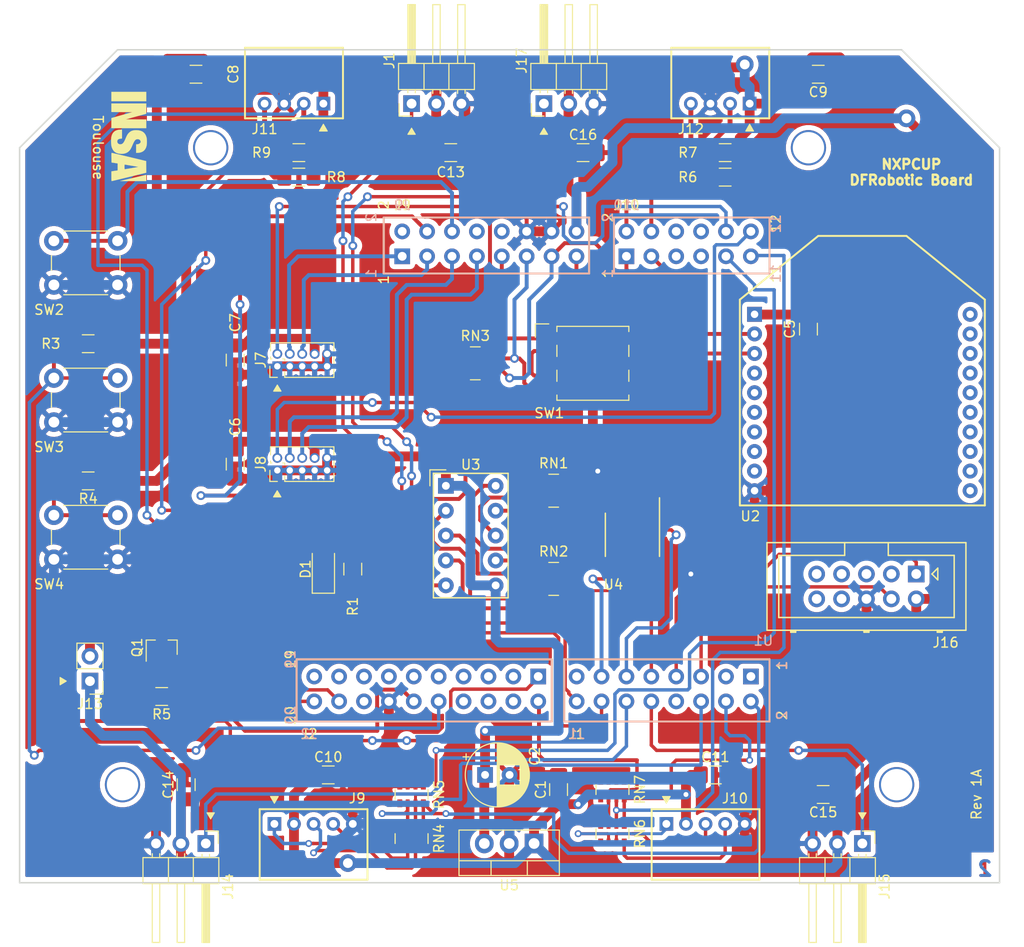
<source format=kicad_pcb>
(kicad_pcb (version 20171130) (host pcbnew 5.1.5-52549c5~84~ubuntu18.04.1)
  (title_block (title "Carte DFRobotic") (date 2020-01-29) (rev 1.0) (company "INSA GEI"))
  (layers (0 F.Cu signal) (31 B.Cu signal) (34 B.Paste user) (35 F.Paste user) (36 B.SilkS user) (37 F.SilkS user) (38 B.Mask user) (39 F.Mask user) (44 Edge.Cuts user))
  (net 0 "")
  (net 1 +3V3)
  (net 2 GND)
  (net 3 "Net-(D1-Pad1)")
  (net 4 /PWR_LED)
  (net 5 /SERVO_PWM)
  (net 6 /RESET)
  (net 7 /SW_USER1)
  (net 8 /SW_USER2)
  (net 9 "Net-(RN1-Pad6)")
  (net 10 "Net-(RN1-Pad5)")
  (net 11 "Net-(RN1-Pad8)")
  (net 12 "Net-(RN1-Pad7)")
  (net 13 "Net-(RN1-Pad3)")
  (net 14 "Net-(RN1-Pad2)")
  (net 15 "Net-(RN1-Pad4)")
  (net 16 "Net-(RN1-Pad1)")
  (net 17 "Net-(RN2-Pad1)")
  (net 18 "Net-(RN2-Pad4)")
  (net 19 "Net-(RN2-Pad2)")
  (net 20 "Net-(RN2-Pad3)")
  (net 21 "Net-(RN2-Pad7)")
  (net 22 "Net-(RN2-Pad8)")
  (net 23 "Net-(RN2-Pad5)")
  (net 24 "Net-(RN2-Pad6)")
  (net 25 /ROT_SW_2)
  (net 26 /ROT_SW_1)
  (net 27 /ROT_SW_8)
  (net 28 /ROT_SW_4)
  (net 29 /USART_RX)
  (net 30 /USART_TX)
  (net 31 /CCD_AD0)
  (net 32 /CCD_AD1)
  (net 33 "Net-(J13-Pad2)")
  (net 34 /CCD_CLK0)
  (net 35 /CCD_SI0)
  (net 36 /CCD_SI1)
  (net 37 /CCD_CLK1)
  (net 38 /ENC_INDEX1)
  (net 39 /ENC_SIG_A1)
  (net 40 /ENC_SIG_B1)
  (net 41 /ENC_SIG_B2)
  (net 42 /ENC_SIG_A2)
  (net 43 /ENC_INDEX2)
  (net 44 /SENS_SDA1)
  (net 45 /SENS_SCL1)
  (net 46 /SENS_SCL2)
  (net 47 /SENS_SDA2)
  (net 48 /CAM_LED)
  (net 49 /DISP_LATCH)
  (net 50 /DISP_SIN)
  (net 51 /DISP_CLK)
  (net 52 "Net-(Q1-Pad1)")
  (net 53 +5V)
  (net 54 /MOTOR_RIGHT_PWM)
  (net 55 /MOTOR_LEFT_PWM)
  (net 56 /PIXY2_RX)
  (net 57 /PIXY2_TX)
  (net 58 /SERVO_PWM2)
  (net 59 "Net-(J9-Pad1)")
  (net 60 "Net-(J9-Pad4)")
  (net 61 "Net-(J9-Pad3)")
  (net 62 "Net-(J10-Pad1)")
  (net 63 "Net-(J10-Pad4)")
  (net 64 "Net-(J10-Pad3)")
  (module Resistor_SMD:R_1206_3216Metric_Pad1.42x1.75mm_HandSolder (layer F.Cu) (at 128.5 75.5)
    (fp_text reference R9 (at -3.81 0 180) (layer F.SilkS))
    (fp_text value 4.7K)
    (pad 2 smd roundrect (at 1.4875 0) (size 1.425 1.75) (layers F.Cu F.Paste F.Mask) (roundrect_rratio 0.175439) (net 1 +3V3))
    (pad 1 smd roundrect (at -1.4875 0) (size 1.425 1.75) (layers F.Cu F.Paste F.Mask) (roundrect_rratio 0.175439) (net 44 /SENS_SDA1))
  )
  (module Resistor_SMD:R_1206_3216Metric_Pad1.42x1.75mm_HandSolder (layer F.Cu) (at 128.5 78)
    (fp_text reference R8 (at 3.81 0) (layer F.SilkS))
    (fp_text value 4.7K)
    (pad 2 smd roundrect (at 1.4875 0) (size 1.425 1.75) (layers F.Cu F.Paste F.Mask) (roundrect_rratio 0.175439) (net 1 +3V3))
    (pad 1 smd roundrect (at -1.4875 0) (size 1.425 1.75) (layers F.Cu F.Paste F.Mask) (roundrect_rratio 0.175439) (net 45 /SENS_SCL1))
  )
  (module Resistor_SMD:R_1206_3216Metric_Pad1.42x1.75mm_HandSolder (layer F.Cu) (at 172 75.5)
    (fp_text reference R7 (at -3.81 0) (layer F.SilkS))
    (fp_text value 4.7K)
    (pad 2 smd roundrect (at 1.4875 0) (size 1.425 1.75) (layers F.Cu F.Paste F.Mask) (roundrect_rratio 0.175439) (net 1 +3V3))
    (pad 1 smd roundrect (at -1.4875 0) (size 1.425 1.75) (layers F.Cu F.Paste F.Mask) (roundrect_rratio 0.175439) (net 47 /SENS_SDA2))
  )
  (module Resistor_SMD:R_1206_3216Metric_Pad1.42x1.75mm_HandSolder (layer F.Cu) (at 172 78)
    (fp_text reference R6 (at -3.81 0) (layer F.SilkS))
    (fp_text value 4.7K)
    (pad 2 smd roundrect (at 1.4875 0) (size 1.425 1.75) (layers F.Cu F.Paste F.Mask) (roundrect_rratio 0.175439) (net 1 +3V3))
    (pad 1 smd roundrect (at -1.4875 0) (size 1.425 1.75) (layers F.Cu F.Paste F.Mask) (roundrect_rratio 0.175439) (net 46 /SENS_SCL2))
  )
  (module Insa:Nidec_Copal_SMR-8016C (layer F.Cu) (at 158.5 97)
    (fp_text reference SW1 (at -4.445 5.08) (layer F.SilkS))
    (fp_text value SMR8016C-1)
    (pad 8 smd rect (at 4 2.54) (size 3 1) (layers F.Cu F.Paste F.Mask) (net 27 /ROT_SW_8))
    (pad 2 smd rect (at -4 2.54) (size 3 1) (layers F.Cu F.Paste F.Mask) (net 25 /ROT_SW_2))
    (pad E smd rect (at 4 0) (size 3 1) (layers F.Cu F.Paste F.Mask))
    (pad C smd rect (at -4 0) (size 3 1) (layers F.Cu F.Paste F.Mask) (net 1 +3V3))
    (pad 4 smd rect (at 4 -2.54) (size 3 1) (layers F.Cu F.Paste F.Mask) (net 28 /ROT_SW_4))
    (pad 1 smd rect (at -4 -2.54) (size 3 1) (layers F.Cu F.Paste F.Mask) (net 26 /ROT_SW_1))
  )
  (module Package_TO_SOT_SMD:SOT-23 (layer F.Cu) (at 114.5 126 90)
    (fp_text reference Q1 (at 0 -2.5 90) (layer F.SilkS))
    (fp_text value NTR3C21NZT1G)
    (pad 3 smd rect (at 1 0 90) (size 0.9 0.8) (layers F.Cu F.Paste F.Mask) (net 33 "Net-(J13-Pad2)"))
    (pad 2 smd rect (at -1 0.95 90) (size 0.9 0.8) (layers F.Cu F.Paste F.Mask) (net 2 GND))
    (pad 1 smd rect (at -1 -0.95 90) (size 0.9 0.8) (layers F.Cu F.Paste F.Mask) (net 52 "Net-(Q1-Pad1)"))
  )
  (module Insa:DF3A-4P-2DS (layer F.Cu) (at 171.5 70.5 180)
    (fp_text reference J12 (at 3 -2.6) (layer F.SilkS))
    (fp_text value DF3A-4P-2DS)
    (pad 1 thru_hole rect (at -3 0 180) (size 1.4 1.4) (drill 0.8) (layers *.Cu *.Mask) (net 1 +3V3))
    (pad 4 thru_hole circle (at 3 0 180) (size 1.4 1.4) (drill 0.8) (layers *.Cu *.Mask) (net 46 /SENS_SCL2))
    (pad 3 thru_hole circle (at 1 0 180) (size 1.4 1.4) (drill 0.8) (layers *.Cu *.Mask) (net 2 GND))
    (pad 2 thru_hole circle (at -1 0 180) (size 1.4 1.4) (drill 0.8) (layers *.Cu *.Mask) (net 47 /SENS_SDA2))
  )
  (module Insa:DF3A-4P-2DS (layer F.Cu) (at 128 70.5 180)
    (fp_text reference J11 (at 3 -2.6) (layer F.SilkS))
    (fp_text value DF3A-4P-2DS)
    (pad 1 thru_hole rect (at -3 0 180) (size 1.4 1.4) (drill 0.8) (layers *.Cu *.Mask) (net 1 +3V3))
    (pad 4 thru_hole circle (at 3 0 180) (size 1.4 1.4) (drill 0.8) (layers *.Cu *.Mask) (net 45 /SENS_SCL1))
    (pad 3 thru_hole circle (at 1 0 180) (size 1.4 1.4) (drill 0.8) (layers *.Cu *.Mask) (net 2 GND))
    (pad 2 thru_hole circle (at -1 0 180) (size 1.4 1.4) (drill 0.8) (layers *.Cu *.Mask) (net 44 /SENS_SDA1))
  )
  (module Insa:DF3A-5P-2DS (layer F.Cu) (at 170 144)
    (fp_text reference J10 (at 3 -2.6) (layer F.SilkS))
    (fp_text value DF3A-5P-2DS)
    (pad 5 thru_hole circle (at 4 0) (size 1.4 1.4) (drill 0.8) (layers *.Cu *.Mask) (net 2 GND))
    (pad 1 thru_hole rect (at -4 0) (size 1.4 1.4) (drill 0.8) (layers *.Cu *.Mask) (net 62 "Net-(J10-Pad1)"))
    (pad 4 thru_hole circle (at 2 0) (size 1.4 1.4) (drill 0.8) (layers *.Cu *.Mask) (net 63 "Net-(J10-Pad4)"))
    (pad 3 thru_hole circle (at 0 0) (size 1.4 1.4) (drill 0.8) (layers *.Cu *.Mask) (net 64 "Net-(J10-Pad3)"))
    (pad 2 thru_hole circle (at -2 0) (size 1.4 1.4) (drill 0.8) (layers *.Cu *.Mask) (net 53 +5V))
  )
  (module Insa:DF3A-5P-2DS (layer F.Cu) (at 130 144)
    (fp_text reference J9 (at 4.445 -2.6) (layer F.SilkS))
    (fp_text value DF3A-5P-2DS)
    (pad 5 thru_hole circle (at 4 0) (size 1.4 1.4) (drill 0.8) (layers *.Cu *.Mask) (net 2 GND))
    (pad 1 thru_hole rect (at -4 0) (size 1.4 1.4) (drill 0.8) (layers *.Cu *.Mask) (net 59 "Net-(J9-Pad1)"))
    (pad 4 thru_hole circle (at 2 0) (size 1.4 1.4) (drill 0.8) (layers *.Cu *.Mask) (net 60 "Net-(J9-Pad4)"))
    (pad 3 thru_hole circle (at 0 0) (size 1.4 1.4) (drill 0.8) (layers *.Cu *.Mask) (net 61 "Net-(J9-Pad3)"))
    (pad 2 thru_hole circle (at -2 0) (size 1.4 1.4) (drill 0.8) (layers *.Cu *.Mask) (net 53 +5V))
  )
  (module Resistor_SMD:R_1206_3216Metric_Pad1.42x1.75mm_HandSolder (layer F.Cu) (at 114.5 131 180)
    (fp_text reference R5 (at 0 -1.82) (layer F.SilkS))
    (fp_text value 100R)
    (pad 2 smd roundrect (at 1.4875 0 180) (size 1.425 1.75) (layers F.Cu F.Paste F.Mask) (roundrect_rratio 0.175439) (net 52 "Net-(Q1-Pad1)"))
    (pad 1 smd roundrect (at -1.4875 0 180) (size 1.425 1.75) (layers F.Cu F.Paste F.Mask) (roundrect_rratio 0.175439) (net 48 /CAM_LED))
  )
  (module Connector_PinHeader_2.54mm:PinHeader_1x02_P2.54mm_Vertical (layer F.Cu) (at 107.18 129.43 180)
    (fp_text reference J13 (at 0 -2.33) (layer F.SilkS))
    (fp_text value Conn_01x02)
    (pad 2 thru_hole oval (at 0 2.54 180) (size 1.7 1.7) (drill 1) (layers *.Cu *.Mask) (net 33 "Net-(J13-Pad2)"))
    (pad 1 thru_hole rect (at 0 0 180) (size 1.7 1.7) (drill 1) (layers *.Cu *.Mask) (net 53 +5V))
  )
  (module Capacitor_SMD:C_1206_3216Metric_Pad1.42x1.75mm_HandSolder (layer F.Cu) (at 171 139)
    (fp_text reference C11 (at 0 -1.82) (layer F.SilkS))
    (fp_text value 100nF)
    (pad 2 smd roundrect (at 1.4875 0) (size 1.425 1.75) (layers F.Cu F.Paste F.Mask) (roundrect_rratio 0.175439) (net 2 GND))
    (pad 1 smd roundrect (at -1.4875 0) (size 1.425 1.75) (layers F.Cu F.Paste F.Mask) (roundrect_rratio 0.175439) (net 53 +5V))
  )
  (module Capacitor_SMD:C_1206_3216Metric_Pad1.42x1.75mm_HandSolder (layer F.Cu) (at 131.5 139)
    (fp_text reference C10 (at 0 -1.82) (layer F.SilkS))
    (fp_text value 100nF)
    (pad 2 smd roundrect (at 1.4875 0) (size 1.425 1.75) (layers F.Cu F.Paste F.Mask) (roundrect_rratio 0.175439) (net 2 GND))
    (pad 1 smd roundrect (at -1.4875 0) (size 1.425 1.75) (layers F.Cu F.Paste F.Mask) (roundrect_rratio 0.175439) (net 53 +5V))
  )
  (module Capacitor_SMD:C_1206_3216Metric_Pad1.42x1.75mm_HandSolder (layer F.Cu) (at 181.5 67.5 180)
    (fp_text reference C9 (at 0 -1.82) (layer F.SilkS))
    (fp_text value 100nF)
    (pad 2 smd roundrect (at 1.4875 0 180) (size 1.425 1.75) (layers F.Cu F.Paste F.Mask) (roundrect_rratio 0.175439) (net 2 GND))
    (pad 1 smd roundrect (at -1.4875 0 180) (size 1.425 1.75) (layers F.Cu F.Paste F.Mask) (roundrect_rratio 0.175439) (net 1 +3V3))
  )
  (module Capacitor_SMD:C_1206_3216Metric_Pad1.42x1.75mm_HandSolder (layer F.Cu) (at 118 67.5 180)
    (fp_text reference C8 (at -3.81 0 90) (layer F.SilkS))
    (fp_text value 100nF)
    (pad 2 smd roundrect (at 1.4875 0 180) (size 1.425 1.75) (layers F.Cu F.Paste F.Mask) (roundrect_rratio 0.175439) (net 2 GND))
    (pad 1 smd roundrect (at -1.4875 0 180) (size 1.425 1.75) (layers F.Cu F.Paste F.Mask) (roundrect_rratio 0.175439) (net 1 +3V3))
  )
  (module Capacitor_SMD:C_1206_3216Metric_Pad1.42x1.75mm_HandSolder (layer F.Cu) (at 122 96.67 270)
    (fp_text reference C7 (at -3.81 0 90) (layer F.SilkS))
    (fp_text value 100nF)
    (pad 2 smd roundrect (at 1.4875 0 270) (size 1.425 1.75) (layers F.Cu F.Paste F.Mask) (roundrect_rratio 0.175439) (net 2 GND))
    (pad 1 smd roundrect (at -1.4875 0 270) (size 1.425 1.75) (layers F.Cu F.Paste F.Mask) (roundrect_rratio 0.175439) (net 1 +3V3))
  )
  (module Capacitor_SMD:C_1206_3216Metric_Pad1.42x1.75mm_HandSolder (layer F.Cu) (at 122 107.29 270)
    (fp_text reference C6 (at -3.81 0 90) (layer F.SilkS))
    (fp_text value 100nF)
    (pad 2 smd roundrect (at 1.4875 0 270) (size 1.425 1.75) (layers F.Cu F.Paste F.Mask) (roundrect_rratio 0.175439) (net 2 GND))
    (pad 1 smd roundrect (at -1.4875 0 270) (size 1.425 1.75) (layers F.Cu F.Paste F.Mask) (roundrect_rratio 0.175439) (net 1 +3V3))
  )
  (module Insa:Xbee3 (layer F.Cu) (at 186 98)
    (fp_text reference U2 (at -11.43 14.605) (layer F.SilkS))
    (fp_text value XBee)
    (pad 10 thru_hole circle (at -11 12) (size 1.524 1.524) (drill 0.762) (layers *.Cu *.Mask) (net 2 GND))
    (pad 9 thru_hole circle (at -11 10) (size 1.524 1.524) (drill 0.762) (layers *.Cu *.Mask))
    (pad 8 thru_hole circle (at -11 8) (size 1.524 1.524) (drill 0.762) (layers *.Cu *.Mask))
    (pad 7 thru_hole circle (at -11 6) (size 1.524 1.524) (drill 0.762) (layers *.Cu *.Mask))
    (pad 6 thru_hole circle (at -11 4) (size 1.524 1.524) (drill 0.762) (layers *.Cu *.Mask))
    (pad 5 thru_hole circle (at -11 2) (size 1.524 1.524) (drill 0.762) (layers *.Cu *.Mask))
    (pad 11 thru_hole circle (at 11 12) (size 1.524 1.524) (drill 0.762) (layers *.Cu *.Mask))
    (pad 12 thru_hole circle (at 11 10) (size 1.524 1.524) (drill 0.762) (layers *.Cu *.Mask))
    (pad 13 thru_hole circle (at 11 8) (size 1.524 1.524) (drill 0.762) (layers *.Cu *.Mask))
    (pad 14 thru_hole circle (at 11 6) (size 1.524 1.524) (drill 0.762) (layers *.Cu *.Mask))
    (pad 15 thru_hole circle (at 11 4) (size 1.524 1.524) (drill 0.762) (layers *.Cu *.Mask))
    (pad 16 thru_hole circle (at 11 2) (size 1.524 1.524) (drill 0.762) (layers *.Cu *.Mask))
    (pad 20 thru_hole circle (at 11 -6) (size 1.524 1.524) (drill 0.762) (layers *.Cu *.Mask))
    (pad 19 thru_hole circle (at 11 -4) (size 1.524 1.524) (drill 0.762) (layers *.Cu *.Mask))
    (pad 18 thru_hole circle (at 11 -2) (size 1.524 1.524) (drill 0.762) (layers *.Cu *.Mask))
    (pad 1 thru_hole rect (at -11 -6) (size 1.524 1.524) (drill 0.762) (layers *.Cu *.Mask) (net 1 +3V3))
    (pad 2 thru_hole circle (at -11 -4) (size 1.524 1.524) (drill 0.762) (layers *.Cu *.Mask) (net 29 /USART_RX))
    (pad 3 thru_hole circle (at -11 -2) (size 1.524 1.524) (drill 0.762) (layers *.Cu *.Mask) (net 30 /USART_TX))
    (pad 17 thru_hole circle (at 11 0) (size 1.524 1.524) (drill 0.762) (layers *.Cu *.Mask))
    (pad 4 thru_hole circle (at -11 0) (size 1.524 1.524) (drill 0.762) (layers *.Cu *.Mask))
  )
  (module Insa:insa-image (layer F.Cu) (at 111 74 270)
    (fp_text reference Logo1 hide)
    (fp_text value LOGO hide)
  )
  (module Insa:FRDM-KL25Z (layer B.Cu) (at 156.845 107.52 270)
    (fp_text reference U1 (at 17.78 -19.05) (layer B.SilkS) (effects (justify mirror)))
    (fp_text value FRDM-KL25Z)
    (fp_text user J1 (at 27.305 0) (layer F.SilkS))
    (fp_text user J2 (at 27.305 27.305) (layer F.SilkS))
    (fp_text user J9 (at -26.67 17.78) (layer F.SilkS))
    (fp_text user J10 (at -26.67 -5.08) (layer F.SilkS))
    (fp_text user J2 (at 27.305 27.305) (layer B.SilkS) (effects (justify mirror)))
    (fp_text user J1 (at 27.305 0) (layer B.SilkS) (effects (justify mirror)))
    (fp_text user J9 (at -26.67 17.78) (layer B.SilkS) (effects (justify mirror)))
    (fp_text user J10 (at -26.67 -5.08) (layer B.SilkS) (effects (justify mirror)))
    (fp_text user 1 (at -19.685 20.955 90) (layer B.SilkS) (effects (justify mirror)))
    (fp_text user 2 (at -25.4 20.955 90) (layer B.SilkS) (effects (justify mirror)))
    (fp_text user 1 (at -19.685 -3.175 90) (layer B.SilkS) (effects (justify mirror)))
    (fp_text user 2 (at -25.4 -3.175 90) (layer B.SilkS) (effects (justify mirror)))
    (fp_text user 11 (at -19.685 -20.32 90) (layer B.SilkS) (effects (justify mirror)))
    (fp_text user 12 (at -24.765 -20.32 90) (layer B.SilkS) (effects (justify mirror)))
    (fp_text user 19 (at 19.685 29.21 90) (layer B.SilkS) (effects (justify mirror)))
    (fp_text user 20 (at 25.4 29.21 90) (layer B.SilkS) (effects (justify mirror)))
    (fp_text user 1 (at 20.32 -20.955 90) (layer B.SilkS) (effects (justify mirror)))
    (fp_text user 2 (at 25.4 -20.955 90) (layer B.SilkS) (effects (justify mirror)))
    (fp_text user 1 (at -19.05 19.685 90) (layer F.SilkS))
    (fp_text user 2 (at -26.67 19.685 90) (layer F.SilkS))
    (fp_text user 1 (at -19.685 -3.175 90) (layer F.SilkS))
    (fp_text user 2 (at -25.4 -3.175 90) (layer F.SilkS))
    (fp_text user 12 (at -24.765 -20.32 90) (layer F.SilkS))
    (fp_text user 11 (at -19.685 -20.32 90) (layer F.SilkS))
    (fp_text user 1 (at 20.32 -20.955 90) (layer F.SilkS))
    (fp_text user 2 (at 25.4 -20.955 90) (layer F.SilkS))
    (fp_text user 19 (at 19.685 29.21 90) (layer F.SilkS))
    (fp_text user 20 (at 25.4 29.21 90) (layer F.SilkS))
    (pad 2.14 thru_hole circle (at 23.98 19.16 270) (size 1.6 1.6) (drill 0.9) (layers *.Cu *.Mask) (net 2 GND))
    (pad 2.12 thru_hole circle (at 23.98 16.62 270) (size 1.6 1.6) (drill 0.9) (layers *.Cu *.Mask) (net 8 /SW_USER2))
    (pad 2.10 thru_hole circle (at 23.98 14.08 270) (size 1.6 1.6) (drill 0.9) (layers *.Cu *.Mask) (net 7 /SW_USER1))
    (pad 2.8 thru_hole circle (at 23.98 11.54 270) (size 1.6 1.6) (drill 0.9) (layers *.Cu *.Mask))
    (pad 2.6 thru_hole circle (at 23.98 9 270) (size 1.6 1.6) (drill 0.9) (layers *.Cu *.Mask))
    (pad 2.4 thru_hole circle (at 23.98 6.46 270) (size 1.6 1.6) (drill 0.9) (layers *.Cu *.Mask))
    (pad 2.2 thru_hole circle (at 23.98 3.92 270) (size 1.6 1.6) (drill 0.9) (layers *.Cu *.Mask) (net 43 /ENC_INDEX2))
    (pad 2.16 thru_hole circle (at 23.98 21.7 270) (size 1.6 1.6) (drill 0.9) (layers *.Cu *.Mask))
    (pad 2.18 thru_hole circle (at 23.98 24.24 270) (size 1.6 1.6) (drill 0.9) (layers *.Cu *.Mask) (net 45 /SENS_SCL1))
    (pad 2.20 thru_hole circle (at 23.98 26.78 270) (size 1.6 1.6) (drill 0.9) (layers *.Cu *.Mask) (net 44 /SENS_SDA1))
    (pad 2.19 thru_hole circle (at 21.44 26.78 270) (size 1.6 1.6) (drill 0.9) (layers *.Cu *.Mask))
    (pad 2.17 thru_hole circle (at 21.44 24.24 270) (size 1.6 1.6) (drill 0.9) (layers *.Cu *.Mask))
    (pad 2.15 thru_hole circle (at 21.44 21.7 270) (size 1.6 1.6) (drill 0.9) (layers *.Cu *.Mask))
    (pad 2.13 thru_hole circle (at 21.44 19.16 270) (size 1.6 1.6) (drill 0.9) (layers *.Cu *.Mask))
    (pad 2.11 thru_hole circle (at 21.44 16.62 270) (size 1.6 1.6) (drill 0.9) (layers *.Cu *.Mask))
    (pad 2.9 thru_hole circle (at 21.44 14.08 270) (size 1.6 1.6) (drill 0.9) (layers *.Cu *.Mask))
    (pad 2.7 thru_hole circle (at 21.44 11.54 270) (size 1.6 1.6) (drill 0.9) (layers *.Cu *.Mask))
    (pad 2.5 thru_hole circle (at 21.44 9 270) (size 1.6 1.6) (drill 0.9) (layers *.Cu *.Mask))
    (pad 2.3 thru_hole circle (at 21.44 6.46 270) (size 1.6 1.6) (drill 0.9) (layers *.Cu *.Mask))
    (pad 2.1 thru_hole rect (at 21.44 3.92 270) (size 1.6 1.6) (drill 0.9) (layers *.Cu *.Mask) (net 48 /CAM_LED))
    (pad 1.15 thru_hole circle (at 21.44 0 270) (size 1.6 1.6) (drill 0.9) (layers *.Cu *.Mask))
    (pad 1.16 thru_hole circle (at 23.98 0 270) (size 1.6 1.6) (drill 0.9) (layers *.Cu *.Mask) (net 58 /SERVO_PWM2))
    (pad 1.14 thru_hole circle (at 23.98 -2.54 270) (size 1.6 1.6) (drill 0.9) (layers *.Cu *.Mask) (net 5 /SERVO_PWM))
    (pad 1.13 thru_hole circle (at 21.44 -2.54 270) (size 1.6 1.6) (drill 0.9) (layers *.Cu *.Mask) (net 49 /DISP_LATCH))
    (pad 1.11 thru_hole circle (at 21.44 -5.08 270) (size 1.6 1.6) (drill 0.9) (layers *.Cu *.Mask) (net 50 /DISP_SIN))
    (pad 1.12 thru_hole circle (at 23.98 -5.08 270) (size 1.6 1.6) (drill 0.9) (layers *.Cu *.Mask) (net 54 /MOTOR_RIGHT_PWM))
    (pad 1.10 thru_hole circle (at 23.98 -7.62 270) (size 1.6 1.6) (drill 0.9) (layers *.Cu *.Mask) (net 55 /MOTOR_LEFT_PWM))
    (pad 1.9 thru_hole circle (at 21.44 -7.62 270) (size 1.6 1.6) (drill 0.9) (layers *.Cu *.Mask) (net 51 /DISP_CLK))
    (pad 1.7 thru_hole circle (at 21.44 -10.16 270) (size 1.6 1.6) (drill 0.9) (layers *.Cu *.Mask) (net 56 /PIXY2_RX))
    (pad 1.8 thru_hole circle (at 23.98 -10.16 270) (size 1.6 1.6) (drill 0.9) (layers *.Cu *.Mask))
    (pad 1.6 thru_hole circle (at 23.98 -12.7 270) (size 1.6 1.6) (drill 0.9) (layers *.Cu *.Mask) (net 38 /ENC_INDEX1))
    (pad 1.5 thru_hole circle (at 21.44 -12.7 270) (size 1.6 1.6) (drill 0.9) (layers *.Cu *.Mask) (net 57 /PIXY2_TX))
    (pad 1.3 thru_hole circle (at 21.44 -15.24 270) (size 1.6 1.6) (drill 0.9) (layers *.Cu *.Mask))
    (pad 1.4 thru_hole circle (at 23.98 -15.24 270) (size 1.6 1.6) (drill 0.9) (layers *.Cu *.Mask) (net 41 /ENC_SIG_B2))
    (pad 1.2 thru_hole circle (at 23.98 -17.78 270) (size 1.6 1.6) (drill 0.9) (layers *.Cu *.Mask) (net 40 /ENC_SIG_B1))
    (pad 1.1 thru_hole rect (at 21.44 -17.78 270) (size 1.6 1.6) (drill 0.9) (layers *.Cu *.Mask))
    (pad 4.12 thru_hole circle (at -23.98 -17.78 270) (size 1.6 1.6) (drill 0.9) (layers *.Cu *.Mask) (net 32 /CCD_AD1))
    (pad 4.11 thru_hole circle (at -21.44 -17.78 270) (size 1.6 1.6) (drill 0.9) (layers *.Cu *.Mask) (net 42 /ENC_SIG_A2))
    (pad 4.9 thru_hole circle (at -21.44 -15.24 270) (size 1.6 1.6) (drill 0.9) (layers *.Cu *.Mask) (net 39 /ENC_SIG_A1))
    (pad 4.10 thru_hole circle (at -23.98 -15.24 270) (size 1.6 1.6) (drill 0.9) (layers *.Cu *.Mask) (net 31 /CCD_AD0))
    (pad 4.8 thru_hole circle (at -23.98 -12.7 270) (size 1.6 1.6) (drill 0.9) (layers *.Cu *.Mask))
    (pad 4.7 thru_hole circle (at -21.44 -12.7 270) (size 1.6 1.6) (drill 0.9) (layers *.Cu *.Mask))
    (pad 4.5 thru_hole circle (at -21.44 -10.16 270) (size 1.6 1.6) (drill 0.9) (layers *.Cu *.Mask))
    (pad 4.6 thru_hole circle (at -23.98 -10.16 270) (size 1.6 1.6) (drill 0.9) (layers *.Cu *.Mask))
    (pad 4.4 thru_hole circle (at -23.98 -7.62 270) (size 1.6 1.6) (drill 0.9) (layers *.Cu *.Mask) (net 47 /SENS_SDA2))
    (pad 4.3 thru_hole circle (at -21.44 -7.62 270) (size 1.6 1.6) (drill 0.9) (layers *.Cu *.Mask) (net 29 /USART_RX))
    (pad 4.1 thru_hole rect (at -21.44 -5.08 270) (size 1.6 1.6) (drill 0.9) (layers *.Cu *.Mask) (net 30 /USART_TX))
    (pad 4.2 thru_hole circle (at -23.98 -5.08 270) (size 1.6 1.6) (drill 0.9) (layers *.Cu *.Mask) (net 46 /SENS_SCL2))
    (pad 3.16 thru_hole circle (at -23.98 0.02 270) (size 1.6 1.6) (drill 0.9) (layers *.Cu *.Mask) (net 53 +5V))
    (pad 3.15 thru_hole circle (at -21.44 0.02 270) (size 1.6 1.6) (drill 0.9) (layers *.Cu *.Mask) (net 27 /ROT_SW_8))
    (pad 3.13 thru_hole circle (at -21.44 2.56 270) (size 1.6 1.6) (drill 0.9) (layers *.Cu *.Mask) (net 28 /ROT_SW_4))
    (pad 3.14 thru_hole circle (at -23.98 2.56 270) (size 1.6 1.6) (drill 0.9) (layers *.Cu *.Mask) (net 2 GND))
    (pad 3.12 thru_hole circle (at -23.98 5.1 270) (size 1.6 1.6) (drill 0.9) (layers *.Cu *.Mask) (net 2 GND))
    (pad 3.11 thru_hole circle (at -21.44 5.1 270) (size 1.6 1.6) (drill 0.9) (layers *.Cu *.Mask) (net 25 /ROT_SW_2))
    (pad 3.9 thru_hole circle (at -21.44 7.64 270) (size 1.6 1.6) (drill 0.9) (layers *.Cu *.Mask) (net 26 /ROT_SW_1))
    (pad 3.10 thru_hole circle (at -23.98 7.64 270) (size 1.6 1.6) (drill 0.9) (layers *.Cu *.Mask))
    (pad 3.8 thru_hole circle (at -23.98 10.18 270) (size 1.6 1.6) (drill 0.9) (layers *.Cu *.Mask))
    (pad 3.7 thru_hole circle (at -21.44 10.18 270) (size 1.6 1.6) (drill 0.9) (layers *.Cu *.Mask) (net 37 /CCD_CLK1))
    (pad 3.5 thru_hole circle (at -21.44 12.72 270) (size 1.6 1.6) (drill 0.9) (layers *.Cu *.Mask) (net 36 /CCD_SI1))
    (pad 3.6 thru_hole circle (at -23.98 12.72 270) (size 1.6 1.6) (drill 0.9) (layers *.Cu *.Mask) (net 6 /RESET))
    (pad 3.4 thru_hole circle (at -23.98 15.26 270) (size 1.6 1.6) (drill 0.9) (layers *.Cu *.Mask) (net 4 /PWR_LED))
    (pad 3.3 thru_hole circle (at -21.44 15.26 270) (size 1.6 1.6) (drill 0.9) (layers *.Cu *.Mask) (net 34 /CCD_CLK0))
    (pad 3.1 thru_hole rect (at -21.44 17.8 270) (size 1.6 1.6) (drill 0.9) (layers *.Cu *.Mask) (net 35 /CCD_SI0))
    (pad 3.2 thru_hole circle (at -23.98 17.8 270) (size 1.6 1.6) (drill 0.9) (layers *.Cu *.Mask))
  )
  (module Capacitor_THT:CP_Radial_D6.3mm_P2.50mm (layer F.Cu) (at 147.5 139)
    (fp_text reference C2 (at 5.08 -1.905 -270) (layer F.SilkS))
    (fp_text value 100µF)
    (pad 1 thru_hole rect (at 0 0) (size 1.6 1.6) (drill 0.8) (layers *.Cu *.Mask) (net 1 +3V3))
    (pad 2 thru_hole circle (at 2.5 0) (size 1.6 1.6) (drill 0.8) (layers *.Cu *.Mask) (net 2 GND))
  )
  (module Connector_PinHeader_1.27mm:PinHeader_2x05_P1.27mm_Vertical (layer F.Cu) (at 126.3 97.305 90)
    (fp_text reference J7 (at 0.635 -1.695 90) (layer F.SilkS))
    (fp_text value "Samtec FTS-105-01-L-DV")
    (pad 10 thru_hole oval (at 1.27 5.08 90) (size 1 1) (drill 0.65) (layers *.Cu *.Mask) (net 2 GND))
    (pad 9 thru_hole oval (at 0 5.08 90) (size 1 1) (drill 0.65) (layers *.Cu *.Mask) (net 2 GND))
    (pad 8 thru_hole oval (at 1.27 3.81 90) (size 1 1) (drill 0.65) (layers *.Cu *.Mask) (net 1 +3V3))
    (pad 7 thru_hole oval (at 0 3.81 90) (size 1 1) (drill 0.65) (layers *.Cu *.Mask) (net 2 GND))
    (pad 6 thru_hole oval (at 1.27 2.54 90) (size 1 1) (drill 0.65) (layers *.Cu *.Mask) (net 34 /CCD_CLK0))
    (pad 5 thru_hole oval (at 0 2.54 90) (size 1 1) (drill 0.65) (layers *.Cu *.Mask) (net 2 GND))
    (pad 4 thru_hole oval (at 1.27 1.27 90) (size 1 1) (drill 0.65) (layers *.Cu *.Mask) (net 35 /CCD_SI0))
    (pad 3 thru_hole oval (at 0 1.27 90) (size 1 1) (drill 0.65) (layers *.Cu *.Mask) (net 2 GND))
    (pad 2 thru_hole oval (at 1.27 0 90) (size 1 1) (drill 0.65) (layers *.Cu *.Mask) (net 31 /CCD_AD0))
    (pad 1 thru_hole rect (at 0 0 90) (size 1 1) (drill 0.65) (layers *.Cu *.Mask) (net 2 GND))
  )
  (module Connector_PinHeader_1.27mm:PinHeader_2x05_P1.27mm_Vertical (layer F.Cu) (at 126.3 107.925 90)
    (fp_text reference J8 (at 0.635 -1.695 90) (layer F.SilkS))
    (fp_text value "Samtec FTS-105-01-L-DV")
    (pad 1 thru_hole rect (at 0 0 90) (size 1 1) (drill 0.65) (layers *.Cu *.Mask) (net 2 GND))
    (pad 2 thru_hole oval (at 1.27 0 90) (size 1 1) (drill 0.65) (layers *.Cu *.Mask) (net 32 /CCD_AD1))
    (pad 3 thru_hole oval (at 0 1.27 90) (size 1 1) (drill 0.65) (layers *.Cu *.Mask) (net 2 GND))
    (pad 4 thru_hole oval (at 1.27 1.27 90) (size 1 1) (drill 0.65) (layers *.Cu *.Mask) (net 36 /CCD_SI1))
    (pad 5 thru_hole oval (at 0 2.54 90) (size 1 1) (drill 0.65) (layers *.Cu *.Mask) (net 2 GND))
    (pad 6 thru_hole oval (at 1.27 2.54 90) (size 1 1) (drill 0.65) (layers *.Cu *.Mask) (net 37 /CCD_CLK1))
    (pad 7 thru_hole oval (at 0 3.81 90) (size 1 1) (drill 0.65) (layers *.Cu *.Mask) (net 2 GND))
    (pad 8 thru_hole oval (at 1.27 3.81 90) (size 1 1) (drill 0.65) (layers *.Cu *.Mask) (net 1 +3V3))
    (pad 9 thru_hole oval (at 0 5.08 90) (size 1 1) (drill 0.65) (layers *.Cu *.Mask) (net 2 GND))
    (pad 10 thru_hole oval (at 1.27 5.08 90) (size 1 1) (drill 0.65) (layers *.Cu *.Mask) (net 2 GND))
  )
  (module Resistor_SMD:R_1206_3216Metric_Pad1.42x1.75mm_HandSolder (layer F.Cu) (at 134 118 90)
    (fp_text reference R1 (at -3.81 0 90) (layer F.SilkS))
    (fp_text value 100R)
    (pad 1 smd roundrect (at -1.4875 0 90) (size 1.425 1.75) (layers F.Cu F.Paste F.Mask) (roundrect_rratio 0.175439) (net 3 "Net-(D1-Pad1)"))
    (pad 2 smd roundrect (at 1.4875 0 90) (size 1.425 1.75) (layers F.Cu F.Paste F.Mask) (roundrect_rratio 0.175439) (net 2 GND))
  )
  (module Capacitor_SMD:C_1206_3216Metric_Pad1.42x1.75mm_HandSolder (layer F.Cu) (at 155 140.5 90)
    (fp_text reference C1 (at 0 -1.82 90) (layer F.SilkS))
    (fp_text value 100nF)
    (pad 1 smd roundrect (at -1.4875 0 90) (size 1.425 1.75) (layers F.Cu F.Paste F.Mask) (roundrect_rratio 0.175439) (net 53 +5V))
    (pad 2 smd roundrect (at 1.4875 0 90) (size 1.425 1.75) (layers F.Cu F.Paste F.Mask) (roundrect_rratio 0.175439) (net 2 GND))
  )
  (module Capacitor_SMD:C_1206_3216Metric_Pad1.42x1.75mm_HandSolder (layer F.Cu) (at 180.5 93.5125 270)
    (fp_text reference C5 (at 0 1.905 90) (layer F.SilkS))
    (fp_text value 100nF)
    (pad 1 smd roundrect (at -1.4875 0 270) (size 1.425 1.75) (layers F.Cu F.Paste F.Mask) (roundrect_rratio 0.175439) (net 1 +3V3))
    (pad 2 smd roundrect (at 1.4875 0 270) (size 1.425 1.75) (layers F.Cu F.Paste F.Mask) (roundrect_rratio 0.175439) (net 2 GND))
  )
  (module Resistor_SMD:R_1206_3216Metric_Pad1.42x1.75mm_HandSolder (layer F.Cu) (at 107 95 180)
    (fp_text reference R3 (at 3.81 0) (layer F.SilkS))
    (fp_text value 10K)
    (pad 2 smd roundrect (at 1.4875 0 180) (size 1.425 1.75) (layers F.Cu F.Paste F.Mask) (roundrect_rratio 0.175439) (net 7 /SW_USER1))
    (pad 1 smd roundrect (at -1.4875 0 180) (size 1.425 1.75) (layers F.Cu F.Paste F.Mask) (roundrect_rratio 0.175439) (net 1 +3V3))
  )
  (module Resistor_SMD:R_1206_3216Metric_Pad1.42x1.75mm_HandSolder (layer F.Cu) (at 107 109 180)
    (fp_text reference R4 (at 0 -1.82) (layer F.SilkS))
    (fp_text value 10K)
    (pad 1 smd roundrect (at -1.4875 0 180) (size 1.425 1.75) (layers F.Cu F.Paste F.Mask) (roundrect_rratio 0.175439) (net 1 +3V3))
    (pad 2 smd roundrect (at 1.4875 0 180) (size 1.425 1.75) (layers F.Cu F.Paste F.Mask) (roundrect_rratio 0.175439) (net 8 /SW_USER2))
  )
  (module Button_Switch_THT:SW_PUSH_6mm_H4.3mm (layer F.Cu) (at 110 89 180)
    (fp_text reference SW2 (at 6.985 -2.54) (layer F.SilkS))
    (fp_text value Reset)
    (pad 2 thru_hole circle (at 0 4.5 270) (size 2 2) (drill 1.1) (layers *.Cu *.Mask) (net 6 /RESET))
    (pad 1 thru_hole circle (at 0 0 270) (size 2 2) (drill 1.1) (layers *.Cu *.Mask) (net 2 GND))
    (pad 2 thru_hole circle (at 6.5 4.5 270) (size 2 2) (drill 1.1) (layers *.Cu *.Mask) (net 6 /RESET))
    (pad 1 thru_hole circle (at 6.5 0 270) (size 2 2) (drill 1.1) (layers *.Cu *.Mask) (net 2 GND))
  )
  (module Button_Switch_THT:SW_PUSH_6mm_H4.3mm (layer F.Cu) (at 110 103 180)
    (fp_text reference SW3 (at 6.985 -2.54) (layer F.SilkS))
    (fp_text value USER1)
    (pad 1 thru_hole circle (at 6.5 0 270) (size 2 2) (drill 1.1) (layers *.Cu *.Mask) (net 2 GND))
    (pad 2 thru_hole circle (at 6.5 4.5 270) (size 2 2) (drill 1.1) (layers *.Cu *.Mask) (net 7 /SW_USER1))
    (pad 1 thru_hole circle (at 0 0 270) (size 2 2) (drill 1.1) (layers *.Cu *.Mask) (net 2 GND))
    (pad 2 thru_hole circle (at 0 4.5 270) (size 2 2) (drill 1.1) (layers *.Cu *.Mask) (net 7 /SW_USER1))
  )
  (module Button_Switch_THT:SW_PUSH_6mm_H4.3mm (layer F.Cu) (at 110 117 180)
    (fp_text reference SW4 (at 6.985 -2.54) (layer F.SilkS))
    (fp_text value USER2)
    (pad 2 thru_hole circle (at 0 4.5 270) (size 2 2) (drill 1.1) (layers *.Cu *.Mask) (net 8 /SW_USER2))
    (pad 1 thru_hole circle (at 0 0 270) (size 2 2) (drill 1.1) (layers *.Cu *.Mask) (net 2 GND))
    (pad 2 thru_hole circle (at 6.5 4.5 270) (size 2 2) (drill 1.1) (layers *.Cu *.Mask) (net 8 /SW_USER2))
    (pad 1 thru_hole circle (at 6.5 0 270) (size 2 2) (drill 1.1) (layers *.Cu *.Mask) (net 2 GND))
  )
  (module Display_7Segment:HDSP-A151 (layer F.Cu) (at 143.5 109.5)
    (fp_text reference U3 (at 2.54 -2.159) (layer F.SilkS))
    (fp_text value HDSP-7501)
    (pad 1 thru_hole rect (at 0 0) (size 1.6 1.6) (drill 0.8) (layers *.Cu *.Mask) (net 1 +3V3))
    (pad 2 thru_hole circle (at 0 2.54) (size 1.6 1.6) (drill 0.8) (layers *.Cu *.Mask) (net 20 "Net-(RN2-Pad3)"))
    (pad 3 thru_hole circle (at 0 5.08) (size 1.6 1.6) (drill 0.8) (layers *.Cu *.Mask) (net 19 "Net-(RN2-Pad2)"))
    (pad 4 thru_hole circle (at 0 7.62) (size 1.6 1.6) (drill 0.8) (layers *.Cu *.Mask) (net 18 "Net-(RN2-Pad4)"))
    (pad 5 thru_hole circle (at 0 10.16) (size 1.6 1.6) (drill 0.8) (layers *.Cu *.Mask) (net 16 "Net-(RN1-Pad1)"))
    (pad 6 thru_hole circle (at 5.08 10.16) (size 1.6 1.6) (drill 0.8) (layers *.Cu *.Mask) (net 1 +3V3))
    (pad 7 thru_hole circle (at 5.08 7.62) (size 1.6 1.6) (drill 0.8) (layers *.Cu *.Mask) (net 17 "Net-(RN2-Pad1)"))
    (pad 8 thru_hole circle (at 5.08 5.08) (size 1.6 1.6) (drill 0.8) (layers *.Cu *.Mask) (net 14 "Net-(RN1-Pad2)"))
    (pad 9 thru_hole circle (at 5.08 2.54) (size 1.6 1.6) (drill 0.8) (layers *.Cu *.Mask) (net 13 "Net-(RN1-Pad3)"))
    (pad 10 thru_hole circle (at 5.08 0) (size 1.6 1.6) (drill 0.8) (layers *.Cu *.Mask) (net 15 "Net-(RN1-Pad4)"))
  )
  (module Package_SO:TSSOP-16_4.4x5mm_P0.65mm (layer F.Cu) (at 162.5 114.5 270)
    (fp_text reference U4 (at 5.08 1.905 180) (layer F.SilkS))
    (fp_text value TCL6C598)
    (pad 1 smd rect (at -2.95 -2.275 270) (size 1.5 0.45) (layers F.Cu F.Paste F.Mask) (net 1 +3V3))
    (pad 2 smd rect (at -2.95 -1.625 270) (size 1.5 0.45) (layers F.Cu F.Paste F.Mask) (net 50 /DISP_SIN))
    (pad 3 smd rect (at -2.95 -0.975 270) (size 1.5 0.45) (layers F.Cu F.Paste F.Mask) (net 10 "Net-(RN1-Pad5)"))
    (pad 4 smd rect (at -2.95 -0.325 270) (size 1.5 0.45) (layers F.Cu F.Paste F.Mask) (net 9 "Net-(RN1-Pad6)"))
    (pad 5 smd rect (at -2.95 0.325 270) (size 1.5 0.45) (layers F.Cu F.Paste F.Mask) (net 12 "Net-(RN1-Pad7)"))
    (pad 6 smd rect (at -2.95 0.975 270) (size 1.5 0.45) (layers F.Cu F.Paste F.Mask) (net 11 "Net-(RN1-Pad8)"))
    (pad 7 smd rect (at -2.95 1.625 270) (size 1.5 0.45) (layers F.Cu F.Paste F.Mask) (net 1 +3V3))
    (pad 8 smd rect (at -2.95 2.275 270) (size 1.5 0.45) (layers F.Cu F.Paste F.Mask) (net 2 GND))
    (pad 9 smd rect (at 2.95 2.275 270) (size 1.5 0.45) (layers F.Cu F.Paste F.Mask))
    (pad 10 smd rect (at 2.95 1.625 270) (size 1.5 0.45) (layers F.Cu F.Paste F.Mask) (net 49 /DISP_LATCH))
    (pad 11 smd rect (at 2.95 0.975 270) (size 1.5 0.45) (layers F.Cu F.Paste F.Mask) (net 23 "Net-(RN2-Pad5)"))
    (pad 12 smd rect (at 2.95 0.325 270) (size 1.5 0.45) (layers F.Cu F.Paste F.Mask) (net 24 "Net-(RN2-Pad6)"))
    (pad 13 smd rect (at 2.95 -0.325 270) (size 1.5 0.45) (layers F.Cu F.Paste F.Mask) (net 21 "Net-(RN2-Pad7)"))
    (pad 14 smd rect (at 2.95 -0.975 270) (size 1.5 0.45) (layers F.Cu F.Paste F.Mask) (net 22 "Net-(RN2-Pad8)"))
    (pad 15 smd rect (at 2.95 -1.625 270) (size 1.5 0.45) (layers F.Cu F.Paste F.Mask) (net 51 /DISP_CLK))
    (pad 16 smd rect (at 2.95 -2.275 270) (size 1.5 0.45) (layers F.Cu F.Paste F.Mask) (net 2 GND))
  )
  (module Resistor_SMD:R_Array_Convex_4x0603 (layer F.Cu) (at 154.5 110)
    (fp_text reference RN1 (at 0 -2.8) (layer F.SilkS))
    (fp_text value 220R)
    (pad 5 smd rect (at 0.9 1.2) (size 0.8 0.5) (layers F.Cu F.Paste F.Mask) (net 10 "Net-(RN1-Pad5)"))
    (pad 6 smd rect (at 0.9 0.4) (size 0.8 0.4) (layers F.Cu F.Paste F.Mask) (net 9 "Net-(RN1-Pad6)"))
    (pad 8 smd rect (at 0.9 -1.2) (size 0.8 0.5) (layers F.Cu F.Paste F.Mask) (net 11 "Net-(RN1-Pad8)"))
    (pad 7 smd rect (at 0.9 -0.4) (size 0.8 0.4) (layers F.Cu F.Paste F.Mask) (net 12 "Net-(RN1-Pad7)"))
    (pad 4 smd rect (at -0.9 1.2) (size 0.8 0.5) (layers F.Cu F.Paste F.Mask) (net 15 "Net-(RN1-Pad4)"))
    (pad 2 smd rect (at -0.9 -0.4) (size 0.8 0.4) (layers F.Cu F.Paste F.Mask) (net 14 "Net-(RN1-Pad2)"))
    (pad 3 smd rect (at -0.9 0.4) (size 0.8 0.4) (layers F.Cu F.Paste F.Mask) (net 13 "Net-(RN1-Pad3)"))
    (pad 1 smd rect (at -0.9 -1.2) (size 0.8 0.5) (layers F.Cu F.Paste F.Mask) (net 16 "Net-(RN1-Pad1)"))
  )
  (module Resistor_SMD:R_Array_Convex_4x0603 (layer F.Cu) (at 154.5 119)
    (fp_text reference RN2 (at 0 -2.8) (layer F.SilkS))
    (fp_text value 220R)
    (pad 1 smd rect (at -0.9 -1.2) (size 0.8 0.5) (layers F.Cu F.Paste F.Mask) (net 17 "Net-(RN2-Pad1)"))
    (pad 3 smd rect (at -0.9 0.4) (size 0.8 0.4) (layers F.Cu F.Paste F.Mask) (net 20 "Net-(RN2-Pad3)"))
    (pad 2 smd rect (at -0.9 -0.4) (size 0.8 0.4) (layers F.Cu F.Paste F.Mask) (net 19 "Net-(RN2-Pad2)"))
    (pad 4 smd rect (at -0.9 1.2) (size 0.8 0.5) (layers F.Cu F.Paste F.Mask) (net 18 "Net-(RN2-Pad4)"))
    (pad 7 smd rect (at 0.9 -0.4) (size 0.8 0.4) (layers F.Cu F.Paste F.Mask) (net 21 "Net-(RN2-Pad7)"))
    (pad 8 smd rect (at 0.9 -1.2) (size 0.8 0.5) (layers F.Cu F.Paste F.Mask) (net 22 "Net-(RN2-Pad8)"))
    (pad 6 smd rect (at 0.9 0.4) (size 0.8 0.4) (layers F.Cu F.Paste F.Mask) (net 24 "Net-(RN2-Pad6)"))
    (pad 5 smd rect (at 0.9 1.2) (size 0.8 0.5) (layers F.Cu F.Paste F.Mask) (net 23 "Net-(RN2-Pad5)"))
  )
  (module Resistor_SMD:R_Array_Convex_4x0603 (layer F.Cu) (at 146.5 97)
    (fp_text reference RN3 (at 0 -2.8) (layer F.SilkS))
    (fp_text value 10K)
    (pad 1 smd rect (at -0.9 -1.2) (size 0.8 0.5) (layers F.Cu F.Paste F.Mask) (net 2 GND))
    (pad 3 smd rect (at -0.9 0.4) (size 0.8 0.4) (layers F.Cu F.Paste F.Mask) (net 2 GND))
    (pad 2 smd rect (at -0.9 -0.4) (size 0.8 0.4) (layers F.Cu F.Paste F.Mask) (net 2 GND))
    (pad 4 smd rect (at -0.9 1.2) (size 0.8 0.5) (layers F.Cu F.Paste F.Mask) (net 2 GND))
    (pad 7 smd rect (at 0.9 -0.4) (size 0.8 0.4) (layers F.Cu F.Paste F.Mask) (net 25 /ROT_SW_2))
    (pad 8 smd rect (at 0.9 -1.2) (size 0.8 0.5) (layers F.Cu F.Paste F.Mask) (net 26 /ROT_SW_1))
    (pad 6 smd rect (at 0.9 0.4) (size 0.8 0.4) (layers F.Cu F.Paste F.Mask) (net 28 /ROT_SW_4))
    (pad 5 smd rect (at 0.9 1.2) (size 0.8 0.5) (layers F.Cu F.Paste F.Mask) (net 27 /ROT_SW_8))
  )
  (module Capacitor_SMD:C_1206_3216Metric_Pad1.42x1.75mm_HandSolder (layer F.Cu) (at 144 75.5)
    (fp_text reference C13 (at 0 2) (layer F.SilkS))
    (fp_text value 1µF)
    (pad 1 smd roundrect (at -1.4875 0) (size 1.425 1.75) (layers F.Cu F.Paste F.Mask) (roundrect_rratio 0.175439) (net 53 +5V))
    (pad 2 smd roundrect (at 1.4875 0) (size 1.425 1.75) (layers F.Cu F.Paste F.Mask) (roundrect_rratio 0.175439) (net 2 GND))
  )
  (module Capacitor_SMD:C_1206_3216Metric_Pad1.42x1.75mm_HandSolder (layer F.Cu) (at 117 140 90)
    (fp_text reference C14 (at 0 -1.82 90) (layer F.SilkS))
    (fp_text value 100nF)
    (pad 2 smd roundrect (at 1.4875 0 90) (size 1.425 1.75) (layers F.Cu F.Paste F.Mask) (roundrect_rratio 0.175439) (net 2 GND))
    (pad 1 smd roundrect (at -1.4875 0 90) (size 1.425 1.75) (layers F.Cu F.Paste F.Mask) (roundrect_rratio 0.175439) (net 53 +5V))
  )
  (module Capacitor_SMD:C_1206_3216Metric_Pad1.42x1.75mm_HandSolder (layer F.Cu) (at 182 141 180)
    (fp_text reference C15 (at 0 -1.82) (layer F.SilkS))
    (fp_text value 100nF)
    (pad 1 smd roundrect (at -1.4875 0 180) (size 1.425 1.75) (layers F.Cu F.Paste F.Mask) (roundrect_rratio 0.175439) (net 53 +5V))
    (pad 2 smd roundrect (at 1.4875 0 180) (size 1.425 1.75) (layers F.Cu F.Paste F.Mask) (roundrect_rratio 0.175439) (net 2 GND))
  )
  (module Package_TO_SOT_THT:TO-220-3_Vertical (layer F.Cu) (at 152.5 146 180)
    (fp_text reference U5 (at 2.54 -4.27) (layer F.SilkS))
    (fp_text value MIC29500-3.3WT)
    (pad 1 thru_hole rect (at 0 0 180) (size 1.905 2) (drill 1.1) (layers *.Cu *.Mask) (net 53 +5V))
    (pad 2 thru_hole oval (at 2.54 0 180) (size 1.905 2) (drill 1.1) (layers *.Cu *.Mask) (net 2 GND))
    (pad 3 thru_hole oval (at 5.08 0 180) (size 1.905 2) (drill 1.1) (layers *.Cu *.Mask) (net 1 +3V3))
  )
  (module Connector_PinHeader_2.54mm:PinHeader_1x03_P2.54mm_Horizontal (layer F.Cu) (at 140 70.5 90)
    (fp_text reference J1 (at 4.385 -2.27 90) (layer F.SilkS))
    (fp_text value Conn_01x03)
    (pad 1 thru_hole rect (at 0 0 90) (size 1.7 1.7) (drill 1) (layers *.Cu *.Mask) (net 5 /SERVO_PWM))
    (pad 2 thru_hole oval (at 0 2.54 90) (size 1.7 1.7) (drill 1) (layers *.Cu *.Mask) (net 53 +5V))
    (pad 3 thru_hole oval (at 0 5.08 90) (size 1.7 1.7) (drill 1) (layers *.Cu *.Mask) (net 2 GND))
  )
  (module Connector_PinHeader_2.54mm:PinHeader_1x03_P2.54mm_Horizontal (layer F.Cu) (at 119 146 270)
    (fp_text reference J14 (at 4.385 -2.27 90) (layer F.SilkS))
    (fp_text value Conn_01x03)
    (pad 1 thru_hole rect (at 0 0 270) (size 1.7 1.7) (drill 1) (layers *.Cu *.Mask) (net 54 /MOTOR_RIGHT_PWM))
    (pad 2 thru_hole oval (at 0 2.54 270) (size 1.7 1.7) (drill 1) (layers *.Cu *.Mask) (net 53 +5V))
    (pad 3 thru_hole oval (at 0 5.08 270) (size 1.7 1.7) (drill 1) (layers *.Cu *.Mask) (net 2 GND))
  )
  (module Connector_PinHeader_2.54mm:PinHeader_1x03_P2.54mm_Horizontal (layer F.Cu) (at 186 146 270)
    (fp_text reference J15 (at 4.385 -2.27 90) (layer F.SilkS))
    (fp_text value Conn_01x03)
    (pad 3 thru_hole oval (at 0 5.08 270) (size 1.7 1.7) (drill 1) (layers *.Cu *.Mask) (net 2 GND))
    (pad 2 thru_hole oval (at 0 2.54 270) (size 1.7 1.7) (drill 1) (layers *.Cu *.Mask) (net 53 +5V))
    (pad 1 thru_hole rect (at 0 0 270) (size 1.7 1.7) (drill 1) (layers *.Cu *.Mask) (net 55 /MOTOR_LEFT_PWM))
  )
  (module Connector_Multicomp:Multicomp_MC9A12-1034_2x05_P2.54mm_Vertical (layer F.Cu) (at 191.5 118.5 180)
    (fp_text reference J16 (at -3 -7) (layer F.SilkS))
    (fp_text value Conn_02x05_Odd_Even)
    (pad 1 thru_hole rect (at 0 0 180) (size 1.7 1.7) (drill 1) (layers *.Cu *.Mask) (net 56 /PIXY2_RX))
    (pad 2 thru_hole circle (at 0 -2.54 180) (size 1.7 1.7) (drill 1) (layers *.Cu *.Mask) (net 53 +5V))
    (pad 3 thru_hole circle (at 2.54 0 180) (size 1.7 1.7) (drill 1) (layers *.Cu *.Mask))
    (pad 4 thru_hole circle (at 2.54 -2.54 180) (size 1.7 1.7) (drill 1) (layers *.Cu *.Mask) (net 57 /PIXY2_TX))
    (pad 5 thru_hole circle (at 5.08 0 180) (size 1.7 1.7) (drill 1) (layers *.Cu *.Mask))
    (pad 6 thru_hole circle (at 5.08 -2.54 180) (size 1.7 1.7) (drill 1) (layers *.Cu *.Mask) (net 2 GND))
    (pad 7 thru_hole circle (at 7.62 0 180) (size 1.7 1.7) (drill 1) (layers *.Cu *.Mask))
    (pad 8 thru_hole circle (at 7.62 -2.54 180) (size 1.7 1.7) (drill 1) (layers *.Cu *.Mask))
    (pad 9 thru_hole circle (at 10.16 0 180) (size 1.7 1.7) (drill 1) (layers *.Cu *.Mask))
    (pad 10 thru_hole circle (at 10.16 -2.54 180) (size 1.7 1.7) (drill 1) (layers *.Cu *.Mask))
  )
  (module LED_SMD:LED_1206_3216Metric_Pad1.42x1.75mm_HandSolder (layer F.Cu) (at 131 118 90)
    (fp_text reference D1 (at 0 -1.82 90) (layer F.SilkS))
    (fp_text value LED)
    (pad 1 smd roundrect (at -1.4875 0 90) (size 1.425 1.75) (layers F.Cu F.Paste F.Mask) (roundrect_rratio 0.175439) (net 3 "Net-(D1-Pad1)"))
    (pad 2 smd roundrect (at 1.4875 0 90) (size 1.425 1.75) (layers F.Cu F.Paste F.Mask) (roundrect_rratio 0.175439) (net 4 /PWR_LED))
  )
  (module Capacitor_SMD:C_1206_3216Metric_Pad1.42x1.75mm_HandSolder (layer F.Cu) (at 157.5 75.5)
    (fp_text reference C16 (at 0 -1.82) (layer F.SilkS))
    (fp_text value 1µF)
    (pad 1 smd roundrect (at -1.4875 0) (size 1.425 1.75) (layers F.Cu F.Paste F.Mask) (roundrect_rratio 0.175439) (net 53 +5V))
    (pad 2 smd roundrect (at 1.4875 0) (size 1.425 1.75) (layers F.Cu F.Paste F.Mask) (roundrect_rratio 0.175439) (net 2 GND))
  )
  (module Connector_PinHeader_2.54mm:PinHeader_1x03_P2.54mm_Horizontal (layer F.Cu) (at 153.5 70.5 90)
    (fp_text reference J17 (at 4.385 -2.27 90) (layer F.SilkS))
    (fp_text value Conn_01x03)
    (pad 1 thru_hole rect (at 0 0 90) (size 1.7 1.7) (drill 1) (layers *.Cu *.Mask) (net 58 /SERVO_PWM2))
    (pad 2 thru_hole oval (at 0 2.54 90) (size 1.7 1.7) (drill 1) (layers *.Cu *.Mask) (net 53 +5V))
    (pad 3 thru_hole oval (at 0 5.08 90) (size 1.7 1.7) (drill 1) (layers *.Cu *.Mask) (net 2 GND))
  )
  (module Resistor_SMD:R_Array_Convex_4x0603 (layer F.Cu) (at 140 145.5 270)
    (fp_text reference RN4 (at 0 -2.8 90) (layer F.SilkS))
    (fp_text value 2.2K)
    (pad 5 smd rect (at 0.9 1.2 270) (size 0.8 0.5) (layers F.Cu F.Paste F.Mask))
    (pad 6 smd rect (at 0.9 0.4 270) (size 0.8 0.4) (layers F.Cu F.Paste F.Mask) (net 59 "Net-(J9-Pad1)"))
    (pad 8 smd rect (at 0.9 -1.2 270) (size 0.8 0.5) (layers F.Cu F.Paste F.Mask) (net 60 "Net-(J9-Pad4)"))
    (pad 7 smd rect (at 0.9 -0.4 270) (size 0.8 0.4) (layers F.Cu F.Paste F.Mask) (net 61 "Net-(J9-Pad3)"))
    (pad 4 smd rect (at -0.9 1.2 270) (size 0.8 0.5) (layers F.Cu F.Paste F.Mask))
    (pad 2 smd rect (at -0.9 -0.4 270) (size 0.8 0.4) (layers F.Cu F.Paste F.Mask) (net 39 /ENC_SIG_A1))
    (pad 3 smd rect (at -0.9 0.4 270) (size 0.8 0.4) (layers F.Cu F.Paste F.Mask) (net 38 /ENC_INDEX1))
    (pad 1 smd rect (at -0.9 -1.2 270) (size 0.8 0.5) (layers F.Cu F.Paste F.Mask) (net 40 /ENC_SIG_B1))
  )
  (module Resistor_SMD:R_Array_Convex_4x0603 (layer F.Cu) (at 140 141 270)
    (fp_text reference RN5 (at 0 -2.8 90) (layer F.SilkS))
    (fp_text value 3.3K)
    (pad 1 smd rect (at -0.9 -1.2 270) (size 0.8 0.5) (layers F.Cu F.Paste F.Mask) (net 2 GND))
    (pad 3 smd rect (at -0.9 0.4 270) (size 0.8 0.4) (layers F.Cu F.Paste F.Mask) (net 2 GND))
    (pad 2 smd rect (at -0.9 -0.4 270) (size 0.8 0.4) (layers F.Cu F.Paste F.Mask) (net 2 GND))
    (pad 4 smd rect (at -0.9 1.2 270) (size 0.8 0.5) (layers F.Cu F.Paste F.Mask) (net 2 GND))
    (pad 7 smd rect (at 0.9 -0.4 270) (size 0.8 0.4) (layers F.Cu F.Paste F.Mask) (net 39 /ENC_SIG_A1))
    (pad 8 smd rect (at 0.9 -1.2 270) (size 0.8 0.5) (layers F.Cu F.Paste F.Mask) (net 40 /ENC_SIG_B1))
    (pad 6 smd rect (at 0.9 0.4 270) (size 0.8 0.4) (layers F.Cu F.Paste F.Mask) (net 38 /ENC_INDEX1))
    (pad 5 smd rect (at 0.9 1.2 270) (size 0.8 0.5) (layers F.Cu F.Paste F.Mask))
  )
  (module Resistor_SMD:R_Array_Convex_4x0603 (layer F.Cu) (at 160.5 145 270)
    (fp_text reference RN6 (at 0 -2.8 90) (layer F.SilkS))
    (fp_text value 2.2K)
    (pad 1 smd rect (at -0.9 -1.2 270) (size 0.8 0.5) (layers F.Cu F.Paste F.Mask) (net 41 /ENC_SIG_B2))
    (pad 3 smd rect (at -0.9 0.4 270) (size 0.8 0.4) (layers F.Cu F.Paste F.Mask) (net 43 /ENC_INDEX2))
    (pad 2 smd rect (at -0.9 -0.4 270) (size 0.8 0.4) (layers F.Cu F.Paste F.Mask) (net 42 /ENC_SIG_A2))
    (pad 4 smd rect (at -0.9 1.2 270) (size 0.8 0.5) (layers F.Cu F.Paste F.Mask))
    (pad 7 smd rect (at 0.9 -0.4 270) (size 0.8 0.4) (layers F.Cu F.Paste F.Mask) (net 64 "Net-(J10-Pad3)"))
    (pad 8 smd rect (at 0.9 -1.2 270) (size 0.8 0.5) (layers F.Cu F.Paste F.Mask) (net 63 "Net-(J10-Pad4)"))
    (pad 6 smd rect (at 0.9 0.4 270) (size 0.8 0.4) (layers F.Cu F.Paste F.Mask) (net 62 "Net-(J10-Pad1)"))
    (pad 5 smd rect (at 0.9 1.2 270) (size 0.8 0.5) (layers F.Cu F.Paste F.Mask))
  )
  (module Resistor_SMD:R_Array_Convex_4x0603 (layer F.Cu) (at 160.5 140.5 270)
    (fp_text reference RN7 (at 0 -2.8 90) (layer F.SilkS))
    (fp_text value 3.3K)
    (pad 5 smd rect (at 0.9 1.2 270) (size 0.8 0.5) (layers F.Cu F.Paste F.Mask))
    (pad 6 smd rect (at 0.9 0.4 270) (size 0.8 0.4) (layers F.Cu F.Paste F.Mask) (net 43 /ENC_INDEX2))
    (pad 8 smd rect (at 0.9 -1.2 270) (size 0.8 0.5) (layers F.Cu F.Paste F.Mask) (net 41 /ENC_SIG_B2))
    (pad 7 smd rect (at 0.9 -0.4 270) (size 0.8 0.4) (layers F.Cu F.Paste F.Mask) (net 42 /ENC_SIG_A2))
    (pad 4 smd rect (at -0.9 1.2 270) (size 0.8 0.5) (layers F.Cu F.Paste F.Mask) (net 2 GND))
    (pad 2 smd rect (at -0.9 -0.4 270) (size 0.8 0.4) (layers F.Cu F.Paste F.Mask) (net 2 GND))
    (pad 3 smd rect (at -0.9 0.4 270) (size 0.8 0.4) (layers F.Cu F.Paste F.Mask) (net 2 GND))
    (pad 1 smd rect (at -0.9 -1.2 270) (size 0.8 0.5) (layers F.Cu F.Paste F.Mask) (net 2 GND))
  )
  (gr_text "NXPCUP\nDFRobotic Board" (at 191 77.5) (layer F.SilkS) (effects (font (size 1 1) (thickness 0.25))))
  (gr_poly (pts (xy 153.881 73.635) (xy 153.119 73.635) (xy 153.5 73)) (layer F.SilkS) (width 0.1))
  (gr_poly (pts (xy 119.119 142.865) (xy 119.881 142.865) (xy 119.5 143.5)) (layer F.SilkS) (width 0.1))
  (gr_poly (pts (xy 185.619 142.865) (xy 186.381 142.865) (xy 186 143.5)) (layer F.SilkS) (width 0.1))
  (gr_poly (pts (xy 140.381 73.635) (xy 139.619 73.635) (xy 140 73)) (layer F.SilkS) (width 0.1))
  (gr_line (start 200 75) (end 190 65) (layer Edge.Cuts) (width 0.15))
  (gr_line (start 100 75) (end 110 65) (layer Edge.Cuts) (width 0.15))
  (gr_line (start 100 75) (end 100 150) (layer Edge.Cuts) (width 0.15))
  (gr_line (start 190 65) (end 110 65) (layer Edge.Cuts) (width 0.15))
  (gr_line (start 200 150) (end 200 75) (layer Edge.Cuts) (width 0.15))
  (gr_line (start 100 150) (end 200 150) (layer Edge.Cuts) (width 0.15))
  (gr_text "Rev 1A" (at 197.645 141 90) (layer F.SilkS) (effects (font (size 1 1))))
  (gr_text 2 (at 198.505 148.58) (layer B.Cu) (effects (font (size 1.5 1.5) (thickness 0.3)) (justify mirror)))
  (gr_text 1 (at 198.505 148.58) (layer F.Cu) (effects (font (size 1.5 1.5) (thickness 0.3))))
  (gr_text Toulouse (at 108 75 270) (layer F.SilkS) (effects (font (size 1 1))))
  (gr_poly (pts (xy 104.132 129.811) (xy 104.132 129.049) (xy 104.767 129.43)) (layer F.SilkS) (width 0.1))
  (gr_poly (pts (xy 126.67 110.635) (xy 125.908 110.635) (xy 126.289 110)) (layer F.SilkS) (width 0.1))
  (gr_poly (pts (xy 126.681 99.845) (xy 125.919 99.845) (xy 126.3 99.21)) (layer F.SilkS) (width 0.1))
  (via (at 110.5 140) (size 3.6) (drill 3.2) (layers F.Cu B.Cu) (net 0))
  (via (at 189.5 140) (size 3.6) (drill 3.2) (layers F.Cu B.Cu) (net 0))
  (via (at 180.5 75) (size 3.6) (drill 3.2) (layers F.Cu B.Cu) (net 0))
  (via (at 119.5 75) (size 3.6) (drill 3.2) (layers F.Cu B.Cu) (net 0))
  (segment (start 175.025 92.025) (end 175 92) (width 1) (layer F.Cu) (net 1))
  (segment (start 180.5 92.025) (end 175.025 92.025) (width 1) (layer F.Cu) (net 1))
  (segment (start 147.42 139.08) (end 147.5 139) (width 1) (layer F.Cu) (net 1))
  (segment (start 147.42 146) (end 147.42 139.08) (width 1) (layer F.Cu) (net 1))
  (segment (start 117.1975 105.8025) (end 122 105.8025) (width 1) (layer F.Cu) (net 1))
  (segment (start 108.4875 109) (end 114 109) (width 1) (layer F.Cu) (net 1))
  (segment (start 114 109) (end 117.1975 105.8025) (width 1) (layer F.Cu) (net 1))
  (segment (start 121.8175 95) (end 122 95.1825) (width 1) (layer F.Cu) (net 1))
  (segment (start 117.1975 95.1975) (end 117 95) (width 1) (layer F.Cu) (net 1))
  (segment (start 108.4875 95) (end 117 95) (width 1) (layer F.Cu) (net 1))
  (segment (start 117 105.8025) (end 117 95.1975) (width 1) (layer F.Cu) (net 1))
  (segment (start 117 95) (end 121.8175 95) (width 1) (layer F.Cu) (net 1))
  (segment (start 174.5 70.5) (end 182 70.5) (width 1) (layer F.Cu) (net 1))
  (segment (start 182.9875 69.5125) (end 182.9875 67.5) (width 1) (layer F.Cu) (net 1))
  (segment (start 182 70.5) (end 182.9875 69.5125) (width 1) (layer F.Cu) (net 1))
  (segment (start 119.4875 67.5) (end 130.5 67.5) (width 1) (layer F.Cu) (net 1))
  (segment (start 131 68) (end 131 70.5) (width 1) (layer F.Cu) (net 1))
  (segment (start 130.5 67.5) (end 131 68) (width 1) (layer F.Cu) (net 1))
  (segment (start 129.9875 78) (end 129.9875 75.5) (width 1) (layer F.Cu) (net 1))
  (segment (start 129.9875 75.5) (end 129.9875 74.0125) (width 1) (layer F.Cu) (net 1))
  (segment (start 131 73) (end 131 70.5) (width 1) (layer F.Cu) (net 1))
  (segment (start 129.9875 74.0125) (end 131 73) (width 1) (layer F.Cu) (net 1))
  (segment (start 173.4875 78) (end 173.4875 75.5) (width 1) (layer F.Cu) (net 1))
  (segment (start 173.4875 75.5) (end 173.4875 74.0125) (width 1) (layer F.Cu) (net 1))
  (segment (start 174.5 73) (end 174.5 70.5) (width 1) (layer F.Cu) (net 1))
  (segment (start 173.4875 74.0125) (end 174.5 73) (width 1) (layer F.Cu) (net 1))
  (segment (start 180.5 92.025) (end 180.5 80) (width 1) (layer F.Cu) (net 1))
  (segment (start 178.5 78) (end 173.4875 78) (width 1) (layer F.Cu) (net 1))
  (segment (start 180.5 80) (end 178.5 78) (width 1) (layer F.Cu) (net 1))
  (segment (start 117 95) (end 117 84) (width 1) (layer F.Cu) (net 1))
  (segment (start 117 84) (end 114 81) (width 1) (layer F.Cu) (net 1))
  (segment (start 119.4875 66.625) (end 119.4875 67.5) (width 1) (layer F.Cu) (net 1))
  (segment (start 118.78749 65.92499) (end 119.4875 66.625) (width 1) (layer F.Cu) (net 1))
  (segment (start 115.07501 65.92499) (end 118.78749 65.92499) (width 1) (layer F.Cu) (net 1))
  (segment (start 114 67) (end 115.07501 65.92499) (width 1) (layer F.Cu) (net 1))
  (segment (start 114 81) (end 114 67) (width 1) (layer F.Cu) (net 1))
  (segment (start 130.5 67.5) (end 140.5 67.5) (width 1) (layer F.Cu) (net 1))
  (segment (start 141.20001 66.79999) (end 168.29999 66.79999) (width 1) (layer F.Cu) (net 1))
  (segment (start 140.5 67.5) (end 141.20001 66.79999) (width 1) (layer F.Cu) (net 1))
  (via (at 174 66.5) (size 1.8) (drill 1) (layers F.Cu B.Cu) (net 1))
  (segment (start 168.29999 66.79999) (end 173.70001 66.79999) (width 1) (layer F.Cu) (net 1))
  (segment (start 173.70001 66.79999) (end 174 66.5) (width 1) (layer F.Cu) (net 1))
  (segment (start 174 66.5) (end 174 68.5) (width 1) (layer B.Cu) (net 1))
  (segment (start 174.5 68.8) (end 174.5 70.5) (width 1) (layer B.Cu) (net 1))
  (segment (start 174.2 68.5) (end 174.5 68.8) (width 1) (layer B.Cu) (net 1))
  (segment (start 174 68.5) (end 174.2 68.5) (width 1) (layer B.Cu) (net 1))
  (segment (start 145.3 109.5) (end 146 110.2) (width 1) (layer B.Cu) (net 1))
  (segment (start 143.5 109.5) (end 145.3 109.5) (width 1) (layer B.Cu) (net 1))
  (segment (start 146 110.2) (end 146 119.5) (width 1) (layer B.Cu) (net 1))
  (segment (start 146.16 119.66) (end 148.58 119.66) (width 1) (layer B.Cu) (net 1))
  (segment (start 146 119.5) (end 146.16 119.66) (width 1) (layer B.Cu) (net 1))
  (segment (start 122 105.09) (end 122.09 105) (width 1) (layer F.Cu) (net 1))
  (segment (start 122 105.8025) (end 122 105.09) (width 1) (layer F.Cu) (net 1))
  (segment (start 122.09 105) (end 129.5 105) (width 1) (layer F.Cu) (net 1))
  (segment (start 130.11 105.61) (end 130.11 106.655) (width 1) (layer F.Cu) (net 1))
  (segment (start 129.5 105) (end 130.11 105.61) (width 1) (layer F.Cu) (net 1))
  (segment (start 130.11 94.61) (end 130.11 96.035) (width 1) (layer F.Cu) (net 1))
  (segment (start 130 94.5) (end 130.11 94.61) (width 1) (layer F.Cu) (net 1))
  (segment (start 123.5575 94.5) (end 130 94.5) (width 1) (layer F.Cu) (net 1))
  (segment (start 122 95.1825) (end 122.875 95.1825) (width 1) (layer F.Cu) (net 1))
  (segment (start 122.875 95.1825) (end 123.5575 94.5) (width 1) (layer F.Cu) (net 1))
  (segment (start 143.5 106) (end 143.5 109.5) (width 1) (layer F.Cu) (net 1))
  (segment (start 154.5 97) (end 157.5 97) (width 1) (layer F.Cu) (net 1))
  (segment (start 157.5 97) (end 158.5 98) (width 1) (layer F.Cu) (net 1))
  (segment (start 158 105) (end 158.5 104.5) (width 1) (layer F.Cu) (net 1))
  (segment (start 158.5 98) (end 158.5 104.5) (width 1) (layer F.Cu) (net 1))
  (segment (start 164.775 111.55) (end 164.775 110.4) (width 0.4) (layer F.Cu) (net 1))
  (segment (start 165 110.175) (end 165 109.5) (width 0.4) (layer F.Cu) (net 1))
  (segment (start 164.775 110.4) (end 165 110.175) (width 0.4) (layer F.Cu) (net 1))
  (segment (start 160.875 108.625) (end 161 108.5) (width 0.4) (layer F.Cu) (net 1))
  (segment (start 160.875 111.55) (end 160.875 108.625) (width 0.4) (layer F.Cu) (net 1))
  (segment (start 161 105) (end 161 108.5) (width 1) (layer F.Cu) (net 1))
  (segment (start 158 105) (end 161 105) (width 1) (layer F.Cu) (net 1))
  (segment (start 165 109) (end 165 109.5) (width 1) (layer F.Cu) (net 1))
  (segment (start 161 105) (end 165 109) (width 1) (layer F.Cu) (net 1))
  (segment (start 158.5 104.5) (end 159 105) (width 1) (layer F.Cu) (net 1))
  (segment (start 159 105) (end 161 105) (width 1) (layer F.Cu) (net 1))
  (segment (start 143 106.5) (end 143.5 106) (width 1) (layer F.Cu) (net 1))
  (segment (start 134 106.5) (end 143 106.5) (width 1) (layer F.Cu) (net 1))
  (segment (start 129.5 105) (end 132.5 105) (width 1) (layer F.Cu) (net 1))
  (segment (start 132.5 105) (end 134 106.5) (width 1) (layer F.Cu) (net 1))
  (segment (start 144.5 105) (end 143.5 106) (width 1) (layer F.Cu) (net 1))
  (segment (start 158 105) (end 144.5 105) (width 1) (layer F.Cu) (net 1))
  (segment (start 148.58 119.66) (end 148.58 125.08) (width 1) (layer B.Cu) (net 1))
  (segment (start 148.58 125.08) (end 149 125.5) (width 1) (layer B.Cu) (net 1))
  (segment (start 149 125.5) (end 154.5 125.5) (width 1) (layer B.Cu) (net 1))
  (segment (start 154.5 125.5) (end 155 126) (width 1) (layer B.Cu) (net 1))
  (segment (start 155 126) (end 155 134.5) (width 1) (layer B.Cu) (net 1))
  (segment (start 155 134.5) (end 147.5 134.5) (width 1) (layer B.Cu) (net 1))
  (via (at 147.5 134.5) (size 1) (drill 0.6) (layers F.Cu B.Cu) (net 1))
  (segment (start 147.5 134.5) (end 147.5 139) (width 1) (layer F.Cu) (net 1))
  (segment (start 151.745 83.54) (end 154.285 83.54) (width 1) (layer F.Cu) (net 2))
  (segment (start 154.285 83.54) (end 154.285 76.215) (width 1) (layer B.Cu) (net 2))
  (segment (start 154.285 76.215) (end 155 75.5) (width 1) (layer B.Cu) (net 2))
  (segment (start 155 75.5) (end 158.5 75.5) (width 1) (layer B.Cu) (net 2))
  (segment (start 158.58 75.42) (end 158.58 70.5) (width 1) (layer B.Cu) (net 2))
  (segment (start 158.5 75.5) (end 158.58 75.42) (width 1) (layer B.Cu) (net 2))
  (segment (start 180 110) (end 175 110) (width 1) (layer F.Cu) (net 2))
  (segment (start 180.5 95) (end 180.5 109.5) (width 1) (layer F.Cu) (net 2))
  (segment (start 180.5 109.5) (end 180 110) (width 1) (layer F.Cu) (net 2))
  (segment (start 113.92 146) (end 113.92 139.08) (width 1) (layer F.Cu) (net 2))
  (segment (start 114.4875 138.5125) (end 117 138.5125) (width 1) (layer F.Cu) (net 2))
  (segment (start 113.92 139.08) (end 114.4875 138.5125) (width 1) (layer F.Cu) (net 2))
  (segment (start 134 140.0125) (end 132.9875 139) (width 1) (layer F.Cu) (net 2))
  (segment (start 134 144) (end 134 140.0125) (width 1) (layer F.Cu) (net 2))
  (segment (start 149.96 139.04) (end 150 139) (width 1) (layer F.Cu) (net 2))
  (segment (start 149.96 146) (end 149.96 139.04) (width 1) (layer F.Cu) (net 2))
  (segment (start 150.0125 139.0125) (end 150 139) (width 1) (layer F.Cu) (net 2))
  (segment (start 155 139.0125) (end 150.0125 139.0125) (width 1) (layer F.Cu) (net 2))
  (segment (start 174 140.5125) (end 172.4875 139) (width 1) (layer F.Cu) (net 2))
  (segment (start 174 144) (end 174 140.5125) (width 1) (layer F.Cu) (net 2))
  (segment (start 180.92 141.4075) (end 180.5125 141) (width 1) (layer F.Cu) (net 2))
  (segment (start 180.92 146) (end 180.92 141.4075) (width 1) (layer F.Cu) (net 2))
  (segment (start 186.42 121.04) (end 186.42 135.08) (width 1) (layer F.Cu) (net 2))
  (segment (start 186.42 135.08) (end 183 138.5) (width 1) (layer F.Cu) (net 2))
  (segment (start 183 138.5) (end 181.5 138.5) (width 1) (layer F.Cu) (net 2))
  (segment (start 180.5125 139.4875) (end 180.5125 141) (width 1) (layer F.Cu) (net 2))
  (segment (start 181.5 138.5) (end 180.5125 139.4875) (width 1) (layer F.Cu) (net 2))
  (segment (start 149.96 146) (end 149.96 147.46) (width 1) (layer F.Cu) (net 2))
  (segment (start 149.96 147.46) (end 151 148.5) (width 1) (layer F.Cu) (net 2))
  (segment (start 151 148.5) (end 172.5 148.5) (width 1) (layer F.Cu) (net 2))
  (segment (start 174 147) (end 174 144) (width 1) (layer F.Cu) (net 2))
  (segment (start 172.5 148.5) (end 174 147) (width 1) (layer F.Cu) (net 2))
  (segment (start 116.5125 68.375) (end 116.5125 67.5) (width 1) (layer F.Cu) (net 2))
  (segment (start 126.589948 69.099999) (end 117.237499 69.099999) (width 1) (layer F.Cu) (net 2))
  (segment (start 127 69.510051) (end 126.589948 69.099999) (width 1) (layer F.Cu) (net 2))
  (segment (start 117.237499 69.099999) (end 116.5125 68.375) (width 1) (layer F.Cu) (net 2))
  (segment (start 127 70.5) (end 127 69.510051) (width 1) (layer F.Cu) (net 2))
  (segment (start 145.4875 70.9075) (end 145.08 70.5) (width 1) (layer F.Cu) (net 2))
  (segment (start 145.4875 75.5) (end 145.4875 70.9075) (width 1) (layer F.Cu) (net 2))
  (segment (start 158.58 75.0925) (end 158.9875 75.5) (width 1) (layer F.Cu) (net 2))
  (segment (start 158.58 70.5) (end 158.58 75.0925) (width 1) (layer F.Cu) (net 2))
  (segment (start 170.5 68) (end 170.5 70.5) (width 1) (layer B.Cu) (net 2))
  (segment (start 170 67.5) (end 170.5 68) (width 1) (layer B.Cu) (net 2))
  (segment (start 127 70.5) (end 127 68.5) (width 1) (layer B.Cu) (net 2))
  (segment (start 127 68.5) (end 128 67.5) (width 1) (layer B.Cu) (net 2))
  (segment (start 158.58 70.5) (end 158.58 67.58) (width 1) (layer B.Cu) (net 2))
  (segment (start 158.58 67.58) (end 158.5 67.5) (width 1) (layer B.Cu) (net 2))
  (segment (start 158.5 67.5) (end 170 67.5) (width 1) (layer B.Cu) (net 2))
  (segment (start 145.08 67.58) (end 145 67.5) (width 1) (layer B.Cu) (net 2))
  (segment (start 128 67.5) (end 145 67.5) (width 1) (layer B.Cu) (net 2))
  (segment (start 145.08 70.5) (end 145.08 67.58) (width 1) (layer B.Cu) (net 2))
  (segment (start 145 67.5) (end 158.5 67.5) (width 1) (layer B.Cu) (net 2))
  (segment (start 180.5 95) (end 184.5 95) (width 1) (layer F.Cu) (net 2))
  (segment (start 184.5 66.58148) (end 183.69353 65.77501) (width 1) (layer F.Cu) (net 2))
  (segment (start 184.5 95) (end 184.5 66.58148) (width 1) (layer F.Cu) (net 2))
  (segment (start 180.0125 66.625) (end 180.0125 67.5) (width 1) (layer F.Cu) (net 2))
  (segment (start 180.86249 65.77501) (end 180.0125 66.625) (width 1) (layer F.Cu) (net 2))
  (segment (start 183.69353 65.77501) (end 180.86249 65.77501) (width 1) (layer F.Cu) (net 2))
  (segment (start 126.3 98.805) (end 126.3 97.305) (width 1) (layer B.Cu) (net 2))
  (segment (start 111.414213 117) (end 116 112.414213) (width 1) (layer B.Cu) (net 2))
  (segment (start 110 117) (end 111.414213 117) (width 1) (layer B.Cu) (net 2))
  (segment (start 116 112.414213) (end 124.585787 112.414213) (width 1) (layer B.Cu) (net 2))
  (segment (start 126.3 110.7) (end 126.3 107.925) (width 1) (layer B.Cu) (net 2))
  (segment (start 124.585787 112.414213) (end 126.3 110.7) (width 1) (layer B.Cu) (net 2))
  (segment (start 125.4475 108.7775) (end 126.3 107.925) (width 1) (layer F.Cu) (net 2))
  (segment (start 122 108.7775) (end 125.4475 108.7775) (width 1) (layer F.Cu) (net 2))
  (segment (start 125.4475 98.1575) (end 126.3 97.305) (width 1) (layer F.Cu) (net 2))
  (segment (start 122 98.1575) (end 125.4475 98.1575) (width 1) (layer F.Cu) (net 2))
  (segment (start 126.3 97.305) (end 131.38 97.305) (width 1) (layer F.Cu) (net 2))
  (segment (start 131.38 97.305) (end 131.38 96.035) (width 1) (layer F.Cu) (net 2))
  (segment (start 126.3 107.925) (end 131.38 107.925) (width 1) (layer F.Cu) (net 2))
  (segment (start 131.38 107.925) (end 131.38 106.655) (width 1) (layer F.Cu) (net 2))
  (segment (start 103.5 117) (end 106.5 117) (width 1) (layer B.Cu) (net 2))
  (segment (start 107 103) (end 107 117) (width 1) (layer B.Cu) (net 2))
  (segment (start 107 117) (end 110 117) (width 1) (layer B.Cu) (net 2))
  (segment (start 106.5 117) (end 107 117) (width 1) (layer B.Cu) (net 2))
  (segment (start 107 103) (end 110 103) (width 1) (layer B.Cu) (net 2))
  (segment (start 103.5 103) (end 107 103) (width 1) (layer B.Cu) (net 2))
  (segment (start 107 103) (end 107 89.5) (width 1) (layer B.Cu) (net 2))
  (segment (start 107.5 89) (end 110 89) (width 1) (layer B.Cu) (net 2))
  (segment (start 107 89.5) (end 107.5 89) (width 1) (layer B.Cu) (net 2))
  (segment (start 113.92 146) (end 103.5 146) (width 1) (layer B.Cu) (net 2))
  (segment (start 103.5 146) (end 103.5 117) (width 1) (layer B.Cu) (net 2))
  (segment (start 137.685 131.5) (end 137.685 137.815) (width 1) (layer F.Cu) (net 2))
  (segment (start 136.5 139) (end 132.9875 139) (width 1) (layer F.Cu) (net 2))
  (segment (start 137.685 137.815) (end 136.5 139) (width 1) (layer F.Cu) (net 2))
  (segment (start 172.5 148.5) (end 180.5 148.5) (width 1) (layer F.Cu) (net 2))
  (segment (start 180.92 148.08) (end 180.92 146) (width 1) (layer F.Cu) (net 2))
  (segment (start 180.5 148.5) (end 180.92 148.08) (width 1) (layer F.Cu) (net 2))
  (segment (start 106.5 89) (end 106.5 73.5) (width 1) (layer B.Cu) (net 2))
  (segment (start 106.5 89) (end 107.5 89) (width 1) (layer B.Cu) (net 2))
  (segment (start 103.5 89) (end 106.5 89) (width 1) (layer B.Cu) (net 2))
  (segment (start 112.5 67.5) (end 128 67.5) (width 1) (layer B.Cu) (net 2))
  (segment (start 106.5 73.5) (end 112.5 67.5) (width 1) (layer B.Cu) (net 2))
  (segment (start 133.425 107.925) (end 131.38 107.925) (width 1) (layer F.Cu) (net 2))
  (segment (start 134 116.5125) (end 134 108.5) (width 1) (layer F.Cu) (net 2))
  (segment (start 134 108.5) (end 133.425 107.925) (width 1) (layer F.Cu) (net 2))
  (segment (start 150 146.04) (end 149.96 146) (width 1) (layer B.Cu) (net 2))
  (segment (start 179.0125 68.5) (end 180.0125 67.5) (width 1) (layer F.Cu) (net 2))
  (segment (start 170.5 70.5) (end 170.5 68.5) (width 1) (layer F.Cu) (net 2))
  (segment (start 170.5 68.5) (end 179.0125 68.5) (width 1) (layer F.Cu) (net 2))
  (segment (start 164.775 117.45) (end 164.775 118.775) (width 0.4) (layer F.Cu) (net 2))
  (segment (start 145.6 95.8) (end 145.6 98.2) (width 0.4) (layer F.Cu) (net 2))
  (segment (start 115.45 127) (end 116.5 127) (width 1) (layer F.Cu) (net 2))
  (segment (start 116.5 127) (end 116.5 118) (width 1) (layer F.Cu) (net 2))
  (segment (start 116.5 118) (end 115.5 117) (width 1) (layer F.Cu) (net 2))
  (segment (start 115.5 117) (end 110 117) (width 1) (layer F.Cu) (net 2))
  (segment (start 145.6 95.15) (end 148 92.75) (width 0.4) (layer F.Cu) (net 2))
  (segment (start 145.6 95.8) (end 145.6 95.15) (width 0.4) (layer F.Cu) (net 2))
  (segment (start 148 92.75) (end 148 82) (width 0.4) (layer F.Cu) (net 2))
  (segment (start 148 82) (end 151.5 82) (width 0.4) (layer F.Cu) (net 2))
  (segment (start 151.745 82.245) (end 151.745 83.54) (width 0.4) (layer F.Cu) (net 2))
  (segment (start 151.5 82) (end 151.745 82.245) (width 0.4) (layer F.Cu) (net 2))
  (segment (start 126.3 98.805) (end 125.195 98.805) (width 1) (layer B.Cu) (net 2))
  (segment (start 125.195 98.805) (end 124 100) (width 1) (layer B.Cu) (net 2))
  (segment (start 124 100) (end 124 107.5) (width 1) (layer B.Cu) (net 2))
  (segment (start 124 107.5) (end 124.5 108) (width 1) (layer B.Cu) (net 2))
  (segment (start 124.575 107.925) (end 126.3 107.925) (width 1) (layer B.Cu) (net 2))
  (segment (start 124.5 108) (end 124.575 107.925) (width 1) (layer B.Cu) (net 2))
  (via (at 159 108) (size 0.9) (drill 0.5) (layers F.Cu B.Cu) (net 2))
  (segment (start 159 108) (end 159 108.5) (width 1) (layer F.Cu) (net 2))
  (segment (start 159 108.5) (end 159 109) (width 0.35) (layer F.Cu) (net 2))
  (segment (start 160.225 110.225) (end 160.225 111.55) (width 0.35) (layer F.Cu) (net 2))
  (segment (start 159 109) (end 160.225 110.225) (width 0.35) (layer F.Cu) (net 2))
  (via (at 168.5 118.5) (size 0.9) (drill 0.5) (layers F.Cu B.Cu) (net 2))
  (segment (start 167.863604 118.5) (end 168.5 118.5) (width 1) (layer F.Cu) (net 2))
  (segment (start 168.5 109.5) (end 168.5 117.863604) (width 1) (layer B.Cu) (net 2))
  (segment (start 167 108) (end 168.5 109.5) (width 1) (layer B.Cu) (net 2))
  (segment (start 159 108) (end 167 108) (width 1) (layer B.Cu) (net 2))
  (segment (start 168.949999 118.050001) (end 168.5 118.5) (width 1) (layer F.Cu) (net 2))
  (segment (start 175 112) (end 168.949999 118.050001) (width 1) (layer F.Cu) (net 2))
  (segment (start 175 110) (end 175 112) (width 1) (layer F.Cu) (net 2))
  (segment (start 165 118.5) (end 167.863604 118.5) (width 1) (layer F.Cu) (net 2))
  (segment (start 168.5 117.863604) (end 168.5 118.5) (width 1) (layer B.Cu) (net 2))
  (segment (start 141.2 140.1) (end 140.4 140.1) (width 0.35) (layer F.Cu) (net 2))
  (segment (start 140.4 140.1) (end 139.6 140.1) (width 0.35) (layer F.Cu) (net 2))
  (segment (start 139.6 140.1) (end 138.8 140.1) (width 0.35) (layer F.Cu) (net 2))
  (segment (start 137.6 140.1) (end 136.5 139) (width 0.35) (layer F.Cu) (net 2))
  (segment (start 138.8 140.1) (end 137.6 140.1) (width 0.35) (layer F.Cu) (net 2))
  (segment (start 134 144.5) (end 134 144) (width 1) (layer B.Cu) (net 2))
  (segment (start 130.5 148) (end 134 144.5) (width 1) (layer B.Cu) (net 2))
  (segment (start 114.5 148) (end 130.5 148) (width 1) (layer B.Cu) (net 2))
  (segment (start 113.92 146) (end 113.92 147.42) (width 1) (layer B.Cu) (net 2))
  (segment (start 113.92 147.42) (end 114.5 148) (width 1) (layer B.Cu) (net 2))
  (segment (start 150 144) (end 150 145.96) (width 1) (layer B.Cu) (net 2))
  (segment (start 134 144) (end 150 144) (width 1) (layer B.Cu) (net 2))
  (segment (start 150 145.96) (end 149.96 146) (width 1) (layer B.Cu) (net 2))
  (segment (start 161.7 139.6) (end 159.3 139.6) (width 0.35) (layer F.Cu) (net 2))
  (segment (start 159.3 139.6) (end 158.1 139.6) (width 0.35) (layer F.Cu) (net 2))
  (segment (start 157.5125 139.0125) (end 155 139.0125) (width 0.35) (layer F.Cu) (net 2))
  (segment (start 158.1 139.6) (end 157.5125 139.0125) (width 0.35) (layer F.Cu) (net 2))
  (segment (start 134 119.4875) (end 131 119.4875) (width 0.5) (layer F.Cu) (net 3))
  (segment (start 131 116.5125) (end 131 112) (width 0.4) (layer F.Cu) (net 4))
  (segment (start 131 112) (end 129.5 110.5) (width 0.4) (layer F.Cu) (net 4))
  (via (at 118.5 110.5) (size 0.9) (drill 0.5) (layers F.Cu B.Cu) (net 4))
  (segment (start 129.5 110.5) (end 118.5 110.5) (width 0.4) (layer F.Cu) (net 4))
  (segment (start 118.5 110.5) (end 121 110.5) (width 0.4) (layer B.Cu) (net 4))
  (segment (start 121 110.5) (end 122.5 109) (width 0.4) (layer B.Cu) (net 4))
  (segment (start 122.5 109) (end 122.5 91) (width 0.4) (layer B.Cu) (net 4))
  (via (at 122.5 91) (size 0.9) (drill 0.5) (layers F.Cu B.Cu) (net 4))
  (segment (start 140.785001 82.740001) (end 141.585 83.54) (width 0.4) (layer F.Cu) (net 4))
  (segment (start 123 82) (end 140.045 82) (width 0.4) (layer F.Cu) (net 4))
  (segment (start 122.5 82.5) (end 123 82) (width 0.4) (layer F.Cu) (net 4))
  (segment (start 122.5 91) (end 122.5 82.5) (width 0.4) (layer F.Cu) (net 4))
  (segment (start 140.045 82) (end 140.785001 82.740001) (width 0.4) (layer F.Cu) (net 4))
  (segment (start 159.385 131.5) (end 159.385 133.615) (width 0.35) (layer F.Cu) (net 5))
  (segment (start 159.385 133.615) (end 159 134) (width 0.35) (layer F.Cu) (net 5))
  (segment (start 159 134) (end 155.5 134) (width 0.35) (layer F.Cu) (net 5))
  (segment (start 155.5 134) (end 155 133.5) (width 0.35) (layer F.Cu) (net 5))
  (segment (start 155 133.5) (end 155 125) (width 0.35) (layer F.Cu) (net 5))
  (segment (start 155 125) (end 154.5 124.5) (width 0.35) (layer F.Cu) (net 5))
  (segment (start 154.5 124.5) (end 139 124.5) (width 0.35) (layer F.Cu) (net 5))
  (segment (start 139 124.5) (end 139 123.5) (width 0.35) (layer F.Cu) (net 5))
  (segment (start 139 123.5) (end 139 109) (width 0.35) (layer F.Cu) (net 5))
  (via (at 139 109) (size 0.9) (drill 0.5) (layers F.Cu B.Cu) (net 5))
  (segment (start 139 109) (end 139 106.5) (width 0.35) (layer B.Cu) (net 5))
  (via (at 137.5 105) (size 0.9) (drill 0.5) (layers F.Cu B.Cu) (net 5))
  (segment (start 139 106.5) (end 137.5 105) (width 0.35) (layer B.Cu) (net 5))
  (segment (start 137.5 105) (end 137 104.5) (width 0.35) (layer F.Cu) (net 5))
  (segment (start 137 104.5) (end 134 104.5) (width 0.35) (layer F.Cu) (net 5))
  (segment (start 134 104.5) (end 133 103.5) (width 0.35) (layer F.Cu) (net 5))
  (segment (start 133 103.5) (end 133 84.5) (width 0.35) (layer F.Cu) (net 5))
  (via (at 133 84.5) (size 0.9) (drill 0.5) (layers F.Cu B.Cu) (net 5))
  (segment (start 140 70.5) (end 140 73.5) (width 0.35) (layer F.Cu) (net 5))
  (via (at 133.5 80) (size 0.9) (drill 0.5) (layers F.Cu B.Cu) (net 5))
  (segment (start 133 84.5) (end 133 80.5) (width 0.35) (layer B.Cu) (net 5))
  (segment (start 133 80.5) (end 133.5 80) (width 0.35) (layer B.Cu) (net 5))
  (segment (start 133.949999 79.550001) (end 133.5 80) (width 0.35) (layer F.Cu) (net 5))
  (segment (start 140 73.5) (end 133.949999 79.550001) (width 0.35) (layer F.Cu) (net 5))
  (segment (start 103.5 84.5) (end 110 84.5) (width 0.4) (layer F.Cu) (net 6))
  (segment (start 110.999999 83.500001) (end 110 84.5) (width 0.4) (layer B.Cu) (net 6))
  (segment (start 110.999999 79.500001) (end 110.999999 83.500001) (width 0.4) (layer B.Cu) (net 6))
  (segment (start 143 78.5) (end 112 78.5) (width 0.4) (layer B.Cu) (net 6))
  (segment (start 112 78.5) (end 110.999999 79.500001) (width 0.4) (layer B.Cu) (net 6))
  (segment (start 144.125 83.54) (end 144.125 79.625) (width 0.4) (layer B.Cu) (net 6))
  (segment (start 144.125 79.625) (end 143 78.5) (width 0.4) (layer B.Cu) (net 6))
  (segment (start 104.8 95) (end 105.5125 95) (width 0.4) (layer F.Cu) (net 7))
  (segment (start 103.5 96.3) (end 104.8 95) (width 0.4) (layer F.Cu) (net 7))
  (segment (start 103.5 98.5) (end 103.5 96.3) (width 0.4) (layer F.Cu) (net 7))
  (via (at 118 136.5) (size 0.9) (drill 0.5) (layers F.Cu B.Cu) (net 7))
  (segment (start 118 136.5) (end 102 136.5) (width 0.35) (layer F.Cu) (net 7))
  (via (at 101.5 137) (size 0.9) (drill 0.5) (layers F.Cu B.Cu) (net 7))
  (segment (start 102 136.5) (end 101.5 137) (width 0.35) (layer F.Cu) (net 7))
  (segment (start 101.5 137) (end 101 136.5) (width 0.35) (layer B.Cu) (net 7))
  (segment (start 101 101) (end 103.5 98.5) (width 0.35) (layer B.Cu) (net 7))
  (segment (start 101 136.5) (end 101 101) (width 0.35) (layer B.Cu) (net 7))
  (segment (start 120 134.5) (end 118 136.5) (width 0.35) (layer B.Cu) (net 7))
  (segment (start 120.265 134.235) (end 120 134.5) (width 0.35) (layer B.Cu) (net 7))
  (segment (start 142.765 131.5) (end 142.765 134.235) (width 0.35) (layer B.Cu) (net 7))
  (segment (start 142.765 134.235) (end 120.265 134.235) (width 0.35) (layer B.Cu) (net 7))
  (segment (start 110 98.5) (end 103.5 98.5) (width 0.35) (layer F.Cu) (net 7))
  (segment (start 104.8 109) (end 105.5125 109) (width 0.4) (layer F.Cu) (net 8))
  (segment (start 103.5 110.3) (end 104.8 109) (width 0.4) (layer F.Cu) (net 8))
  (segment (start 103.5 112.5) (end 103.5 110.3) (width 0.4) (layer F.Cu) (net 8))
  (segment (start 106.5 112.5) (end 106.5 120.5) (width 0.4) (layer F.Cu) (net 8))
  (segment (start 106.5 112.5) (end 110 112.5) (width 0.4) (layer F.Cu) (net 8))
  (segment (start 103.5 112.5) (end 106.5 112.5) (width 0.4) (layer F.Cu) (net 8))
  (segment (start 106.5 120.5) (end 105 122) (width 0.4) (layer F.Cu) (net 8))
  (segment (start 105 122) (end 105 132.5) (width 0.4) (layer F.Cu) (net 8))
  (segment (start 105 132.5) (end 106 133.5) (width 0.4) (layer F.Cu) (net 8))
  (segment (start 106 133.5) (end 114.5 133.5) (width 0.4) (layer F.Cu) (net 8))
  (segment (start 114.5 133.5) (end 114.5 129) (width 0.4) (layer F.Cu) (net 8))
  (segment (start 114.5 129) (end 118 129) (width 0.4) (layer F.Cu) (net 8))
  (segment (start 118 129) (end 118 132) (width 0.4) (layer F.Cu) (net 8))
  (segment (start 118 132) (end 120.5 132) (width 0.4) (layer F.Cu) (net 8))
  (segment (start 120.5 132) (end 123 134.5) (width 0.4) (layer F.Cu) (net 8))
  (segment (start 123 134.5) (end 136.5 134.5) (width 0.4) (layer F.Cu) (net 8))
  (segment (start 136.484999 132.076001) (end 136.484999 130.515001) (width 0.4) (layer F.Cu) (net 8))
  (segment (start 136.5 134.5) (end 136.5 132.091002) (width 0.4) (layer F.Cu) (net 8))
  (segment (start 136.5 132.091002) (end 136.484999 132.076001) (width 0.4) (layer F.Cu) (net 8))
  (segment (start 139.024999 130.299999) (end 139.425001 130.700001) (width 0.4) (layer F.Cu) (net 8))
  (segment (start 136.700001 130.299999) (end 139.024999 130.299999) (width 0.4) (layer F.Cu) (net 8))
  (segment (start 139.425001 130.700001) (end 140.225 131.5) (width 0.4) (layer F.Cu) (net 8))
  (segment (start 136.484999 130.515001) (end 136.700001 130.299999) (width 0.4) (layer F.Cu) (net 8))
  (segment (start 156.1 110.4) (end 156.124 110.376) (width 0.3) (layer F.Cu) (net 9))
  (segment (start 155.4 110.4) (end 156.1 110.4) (width 0.3) (layer F.Cu) (net 9))
  (segment (start 162.825 113.845) (end 162.825 111.55) (width 0.3) (layer F.Cu) (net 9))
  (segment (start 162.49199 114.17801) (end 162.825 113.845) (width 0.3) (layer F.Cu) (net 9))
  (segment (start 157.91999 113.32223) (end 158.77577 114.17801) (width 0.3) (layer F.Cu) (net 9))
  (segment (start 158.77577 114.17801) (end 162.49199 114.17801) (width 0.3) (layer F.Cu) (net 9))
  (segment (start 156.124 110.376) (end 157.91999 112.17199) (width 0.3) (layer F.Cu) (net 9))
  (segment (start 157.91999 112.17199) (end 157.91999 113.32223) (width 0.3) (layer F.Cu) (net 9))
  (segment (start 155.688 111.2) (end 155.4 111.2) (width 0.3) (layer F.Cu) (net 10))
  (segment (start 163.475 113.90212) (end 162.68312 114.694) (width 0.3) (layer F.Cu) (net 10))
  (segment (start 163.475 111.55) (end 163.475 113.90212) (width 0.3) (layer F.Cu) (net 10))
  (segment (start 162.68312 114.694) (end 158.58464 114.694) (width 0.3) (layer F.Cu) (net 10))
  (segment (start 157.15 113.25936) (end 157.15 112.662) (width 0.3) (layer F.Cu) (net 10))
  (segment (start 158.58464 114.694) (end 157.15 113.25936) (width 0.3) (layer F.Cu) (net 10))
  (segment (start 157.15 112.662) (end 155.688 111.2) (width 0.3) (layer F.Cu) (net 10))
  (segment (start 161.525 113.113) (end 161.525 111.55) (width 0.3) (layer F.Cu) (net 11))
  (segment (start 161.468 113.17) (end 161.525 113.113) (width 0.3) (layer F.Cu) (net 11))
  (segment (start 156.1 108.8) (end 156.152 108.852) (width 0.3) (layer F.Cu) (net 11))
  (segment (start 157.15 108.852) (end 158.928 110.63) (width 0.3) (layer F.Cu) (net 11))
  (segment (start 155.4 108.8) (end 156.1 108.8) (width 0.3) (layer F.Cu) (net 11))
  (segment (start 156.152 108.852) (end 157.15 108.852) (width 0.3) (layer F.Cu) (net 11))
  (segment (start 159.182 113.17) (end 161.468 113.17) (width 0.3) (layer F.Cu) (net 11))
  (segment (start 158.928 112.916) (end 159.182 113.17) (width 0.3) (layer F.Cu) (net 11))
  (segment (start 158.928 110.63) (end 158.928 112.916) (width 0.3) (layer F.Cu) (net 11))
  (segment (start 156.628 109.6) (end 155.4 109.6) (width 0.3) (layer F.Cu) (net 12))
  (segment (start 162.175 113.479) (end 161.976 113.678) (width 0.3) (layer F.Cu) (net 12))
  (segment (start 158.42 113.11512) (end 158.42 111.392) (width 0.3) (layer F.Cu) (net 12))
  (segment (start 162.175 111.55) (end 162.175 113.479) (width 0.3) (layer F.Cu) (net 12))
  (segment (start 161.976 113.678) (end 158.98288 113.678) (width 0.3) (layer F.Cu) (net 12))
  (segment (start 158.98288 113.678) (end 158.42 113.11512) (width 0.3) (layer F.Cu) (net 12))
  (segment (start 158.42 111.392) (end 156.628 109.6) (width 0.3) (layer F.Cu) (net 12))
  (segment (start 153.6 110.4) (end 152.6 110.4) (width 0.4) (layer F.Cu) (net 13))
  (segment (start 150.96 112.04) (end 148.58 112.04) (width 0.4) (layer F.Cu) (net 13))
  (segment (start 152.6 110.4) (end 150.96 112.04) (width 0.4) (layer F.Cu) (net 13))
  (segment (start 150.799999 110.700001) (end 151.9 109.6) (width 0.4) (layer F.Cu) (net 14))
  (segment (start 147 111.636) (end 147.935999 110.700001) (width 0.4) (layer F.Cu) (net 14))
  (segment (start 148.58 114.58) (end 147 113) (width 0.4) (layer F.Cu) (net 14))
  (segment (start 151.9 109.6) (end 153.6 109.6) (width 0.4) (layer F.Cu) (net 14))
  (segment (start 147.935999 110.700001) (end 150.799999 110.700001) (width 0.4) (layer F.Cu) (net 14))
  (segment (start 147 113) (end 147 111.636) (width 0.4) (layer F.Cu) (net 14))
  (segment (start 153.6 114.942) (end 152.622001 115.919999) (width 0.4) (layer F.Cu) (net 15))
  (segment (start 147.358 109.5) (end 148.58 109.5) (width 0.4) (layer F.Cu) (net 15))
  (segment (start 145.974 114.44) (end 145.974 110.884) (width 0.4) (layer F.Cu) (net 15))
  (segment (start 153.6 111.2) (end 153.6 114.942) (width 0.4) (layer F.Cu) (net 15))
  (segment (start 152.622001 115.919999) (end 147.453999 115.919999) (width 0.4) (layer F.Cu) (net 15))
  (segment (start 147.453999 115.919999) (end 145.974 114.44) (width 0.4) (layer F.Cu) (net 15))
  (segment (start 145.974 110.884) (end 147.358 109.5) (width 0.4) (layer F.Cu) (net 15))
  (segment (start 153.594 107.074) (end 153.6 107.08) (width 0.4) (layer F.Cu) (net 16))
  (segment (start 146.736 107.074) (end 153.594 107.074) (width 0.4) (layer F.Cu) (net 16))
  (segment (start 145.5 108.31) (end 146.736 107.074) (width 0.4) (layer F.Cu) (net 16))
  (segment (start 145.5 110.175) (end 145.5 108.31) (width 0.4) (layer F.Cu) (net 16))
  (segment (start 142.05 119.66) (end 141.148 118.758) (width 0.4) (layer F.Cu) (net 16))
  (segment (start 143.5 119.66) (end 142.05 119.66) (width 0.4) (layer F.Cu) (net 16))
  (segment (start 153.6 107.08) (end 153.6 108.8) (width 0.4) (layer F.Cu) (net 16))
  (segment (start 141.148 118.758) (end 141.148 111.392) (width 0.4) (layer F.Cu) (net 16))
  (segment (start 141.148 111.392) (end 141.700001 110.839999) (width 0.4) (layer F.Cu) (net 16))
  (segment (start 141.700001 110.839999) (end 144.835001 110.839999) (width 0.4) (layer F.Cu) (net 16))
  (segment (start 144.835001 110.839999) (end 145.5 110.175) (width 0.4) (layer F.Cu) (net 16))
  (segment (start 153.47 117.12) (end 148.58 117.12) (width 0.4) (layer F.Cu) (net 17))
  (segment (start 153.6 117.8) (end 153.6 117.25) (width 0.4) (layer F.Cu) (net 17))
  (segment (start 153.6 117.25) (end 153.47 117.12) (width 0.4) (layer F.Cu) (net 17))
  (segment (start 153.6 120.85) (end 153.6 120.2) (width 0.4) (layer F.Cu) (net 18))
  (segment (start 152.45 122) (end 153.6 120.85) (width 0.4) (layer F.Cu) (net 18))
  (segment (start 145.212 122) (end 152.45 122) (width 0.4) (layer F.Cu) (net 18))
  (segment (start 145.212 117.488) (end 145.212 122) (width 0.4) (layer F.Cu) (net 18))
  (segment (start 143.5 117.12) (end 144.844 117.12) (width 0.4) (layer F.Cu) (net 18))
  (segment (start 144.844 117.12) (end 145.212 117.488) (width 0.4) (layer F.Cu) (net 18))
  (segment (start 151.1 118.6) (end 153.6 118.6) (width 0.4) (layer F.Cu) (net 19))
  (segment (start 150.959999 118.459999) (end 151.1 118.6) (width 0.4) (layer F.Cu) (net 19))
  (segment (start 146.736 118.459999) (end 150.959999 118.459999) (width 0.4) (layer F.Cu) (net 19))
  (segment (start 146.736 116.429728) (end 146.736 118.459999) (width 0.4) (layer F.Cu) (net 19))
  (segment (start 143.5 114.58) (end 144.886272 114.58) (width 0.4) (layer F.Cu) (net 19))
  (segment (start 144.886272 114.58) (end 146.736 116.429728) (width 0.4) (layer F.Cu) (net 19))
  (segment (start 145.974 121) (end 151 121) (width 0.4) (layer F.Cu) (net 20))
  (segment (start 142.164 113.376) (end 142.164 115.202) (width 0.4) (layer F.Cu) (net 20))
  (segment (start 143.5 112.04) (end 142.164 113.376) (width 0.4) (layer F.Cu) (net 20))
  (segment (start 151 121) (end 152.6 119.4) (width 0.4) (layer F.Cu) (net 20))
  (segment (start 142.164 115.202) (end 142.881999 115.919999) (width 0.4) (layer F.Cu) (net 20))
  (segment (start 142.881999 115.919999) (end 144.877728 115.919999) (width 0.4) (layer F.Cu) (net 20))
  (segment (start 152.6 119.4) (end 153.6 119.4) (width 0.4) (layer F.Cu) (net 20))
  (segment (start 144.877728 115.919999) (end 145.974 117.016271) (width 0.4) (layer F.Cu) (net 20))
  (segment (start 145.974 117.016271) (end 145.974 121) (width 0.4) (layer F.Cu) (net 20))
  (segment (start 156.1 118.6) (end 158.99799 115.70201) (width 0.3) (layer F.Cu) (net 21))
  (segment (start 155.4 118.6) (end 156.1 118.6) (width 0.3) (layer F.Cu) (net 21))
  (segment (start 162.825 116.4) (end 162.825 117.45) (width 0.3) (layer F.Cu) (net 21))
  (segment (start 162.12701 115.70201) (end 162.825 116.4) (width 0.3) (layer F.Cu) (net 21))
  (segment (start 158.99799 115.70201) (end 162.12701 115.70201) (width 0.3) (layer F.Cu) (net 21))
  (segment (start 163.475 115.431) (end 163.475 117.45) (width 0.3) (layer F.Cu) (net 22))
  (segment (start 163.246 115.202) (end 163.475 115.431) (width 0.3) (layer F.Cu) (net 22))
  (segment (start 158.42 115.202) (end 163.246 115.202) (width 0.3) (layer F.Cu) (net 22))
  (segment (start 155.4 117.8) (end 155.822 117.8) (width 0.3) (layer F.Cu) (net 22))
  (segment (start 155.822 117.8) (end 158.42 115.202) (width 0.3) (layer F.Cu) (net 22))
  (segment (start 161.525 118.5) (end 161.468 118.557) (width 0.3) (layer F.Cu) (net 23))
  (segment (start 161.525 117.45) (end 161.525 118.5) (width 0.3) (layer F.Cu) (net 23))
  (segment (start 161.468 118.557) (end 161.468 119.774) (width 0.3) (layer F.Cu) (net 23))
  (segment (start 161.042 120.2) (end 155.4 120.2) (width 0.3) (layer F.Cu) (net 23))
  (segment (start 161.468 119.774) (end 161.042 120.2) (width 0.3) (layer F.Cu) (net 23))
  (segment (start 155.4 119.4) (end 156.254 119.4) (width 0.3) (layer F.Cu) (net 24))
  (segment (start 156.254 119.4) (end 159.45198 116.20202) (width 0.3) (layer F.Cu) (net 24))
  (segment (start 159.45198 116.20202) (end 161.9199 116.20202) (width 0.3) (layer F.Cu) (net 24))
  (segment (start 162.175 116.45712) (end 162.175 117.45) (width 0.3) (layer F.Cu) (net 24))
  (segment (start 161.9199 116.20202) (end 162.175 116.45712) (width 0.3) (layer F.Cu) (net 24))
  (segment (start 148.2 96.6) (end 148.3 96.5) (width 0.4) (layer F.Cu) (net 25))
  (segment (start 147.4 96.6) (end 148.2 96.6) (width 0.4) (layer F.Cu) (net 25))
  (segment (start 151 96.5) (end 151.5 97) (width 0.4) (layer F.Cu) (net 25))
  (segment (start 151.5 97) (end 151.5 99) (width 0.4) (layer F.Cu) (net 25))
  (segment (start 152.04 99.54) (end 154.5 99.54) (width 0.4) (layer F.Cu) (net 25))
  (segment (start 151.5 99) (end 152.04 99.54) (width 0.4) (layer F.Cu) (net 25))
  (via (at 150.5 96.5) (size 0.9) (drill 0.5) (layers F.Cu B.Cu) (net 25))
  (segment (start 151 96.5) (end 150.5 96.5) (width 0.4) (layer F.Cu) (net 25))
  (segment (start 148.3 96.5) (end 150.5 96.5) (width 0.4) (layer F.Cu) (net 25))
  (segment (start 150.5 96.5) (end 150.5 90.5) (width 0.4) (layer B.Cu) (net 25))
  (segment (start 151.745 89.255) (end 151.745 86.08) (width 0.4) (layer B.Cu) (net 25))
  (segment (start 150.5 90.5) (end 151.745 89.255) (width 0.4) (layer B.Cu) (net 25))
  (segment (start 147.4 95.8) (end 148.2 95.8) (width 0.4) (layer F.Cu) (net 26))
  (segment (start 149.54 94.46) (end 154.5 94.46) (width 0.4) (layer F.Cu) (net 26))
  (segment (start 148.2 95.8) (end 149.54 94.46) (width 0.4) (layer F.Cu) (net 26))
  (segment (start 149.205 94.125) (end 149.54 94.46) (width 0.4) (layer F.Cu) (net 26))
  (segment (start 149.205 86.08) (end 149.205 94.125) (width 0.4) (layer F.Cu) (net 26))
  (segment (start 161.5 99.54) (end 159.75 97.79) (width 0.4) (layer F.Cu) (net 27))
  (segment (start 162.5 99.54) (end 161.5 99.54) (width 0.4) (layer F.Cu) (net 27))
  (segment (start 159.75 97.79) (end 159.75 96.25) (width 0.4) (layer F.Cu) (net 27))
  (segment (start 159.75 96.25) (end 159.25 95.75) (width 0.4) (layer F.Cu) (net 27))
  (segment (start 156.825 86.08) (end 156.825 88.325) (width 0.4) (layer F.Cu) (net 27))
  (segment (start 159.25 90.75) (end 159.25 95.75) (width 0.4) (layer F.Cu) (net 27))
  (segment (start 156.825 88.325) (end 159.25 90.75) (width 0.4) (layer F.Cu) (net 27))
  (segment (start 147.4 100.4) (end 147.4 98.2) (width 0.4) (layer F.Cu) (net 27))
  (segment (start 148 101) (end 147.4 100.4) (width 0.4) (layer F.Cu) (net 27))
  (segment (start 157.25 98.75) (end 157.25 100.75) (width 0.4) (layer F.Cu) (net 27))
  (segment (start 152.5 95.75) (end 152.25 96) (width 0.4) (layer F.Cu) (net 27))
  (segment (start 152.25 96) (end 152.25 98) (width 0.4) (layer F.Cu) (net 27))
  (segment (start 157 101) (end 148 101) (width 0.4) (layer F.Cu) (net 27))
  (segment (start 157.25 100.75) (end 157 101) (width 0.4) (layer F.Cu) (net 27))
  (segment (start 156.75 98.25) (end 157.25 98.75) (width 0.4) (layer F.Cu) (net 27))
  (segment (start 159.25 95.75) (end 152.5 95.75) (width 0.4) (layer F.Cu) (net 27))
  (segment (start 152.25 98) (end 152.5 98.25) (width 0.4) (layer F.Cu) (net 27))
  (segment (start 152.5 98.25) (end 156.75 98.25) (width 0.4) (layer F.Cu) (net 27))
  (segment (start 148.2 97.4) (end 148.3 97.5) (width 0.4) (layer F.Cu) (net 28))
  (segment (start 147.4 97.4) (end 148.2 97.4) (width 0.4) (layer F.Cu) (net 28))
  (segment (start 148.3 97.5) (end 149 97.5) (width 0.4) (layer F.Cu) (net 28))
  (segment (start 149 97.5) (end 150 98.5) (width 0.4) (layer F.Cu) (net 28))
  (via (at 150 98.5) (size 0.9) (drill 0.5) (layers F.Cu B.Cu) (net 28))
  (segment (start 154.285 88.215) (end 154.285 86.08) (width 0.4) (layer B.Cu) (net 28))
  (segment (start 152 90.5) (end 154.285 88.215) (width 0.4) (layer B.Cu) (net 28))
  (segment (start 152 98) (end 152 90.5) (width 0.4) (layer B.Cu) (net 28))
  (segment (start 150 98.5) (end 151.5 98.5) (width 0.4) (layer B.Cu) (net 28))
  (segment (start 151.5 98.5) (end 152 98) (width 0.4) (layer B.Cu) (net 28))
  (segment (start 162.5 94.46) (end 162.5 92) (width 0.4) (layer F.Cu) (net 28))
  (segment (start 162.5 92) (end 159.5 89) (width 0.4) (layer F.Cu) (net 28))
  (segment (start 159.5 89) (end 159.5 85.5) (width 0.4) (layer F.Cu) (net 28))
  (segment (start 155.624999 84.740001) (end 155.084999 85.280001) (width 0.4) (layer F.Cu) (net 28))
  (segment (start 155.084999 85.280001) (end 154.285 86.08) (width 0.4) (layer F.Cu) (net 28))
  (segment (start 158.740001 84.740001) (end 155.624999 84.740001) (width 0.4) (layer F.Cu) (net 28))
  (segment (start 159.5 85.5) (end 158.740001 84.740001) (width 0.4) (layer F.Cu) (net 28))
  (segment (start 175 94) (end 166 94) (width 0.4) (layer F.Cu) (net 29))
  (segment (start 166 87.615) (end 164.465 86.08) (width 0.4) (layer F.Cu) (net 29))
  (segment (start 166 94) (end 166 87.615) (width 0.4) (layer F.Cu) (net 29))
  (segment (start 161.925 87.425) (end 161.925 86.08) (width 0.4) (layer F.Cu) (net 30))
  (segment (start 165 95.5) (end 165 90.5) (width 0.4) (layer F.Cu) (net 30))
  (segment (start 165 90.5) (end 161.925 87.425) (width 0.4) (layer F.Cu) (net 30))
  (segment (start 175 96) (end 165.5 96) (width 0.4) (layer F.Cu) (net 30))
  (segment (start 165.5 96) (end 165 95.5) (width 0.4) (layer F.Cu) (net 30))
  (via (at 155.5 81) (size 0.9) (drill 0.5) (layers F.Cu B.Cu) (net 31))
  (segment (start 172.085 81.585) (end 172.085 83.54) (width 0.35) (layer B.Cu) (net 31))
  (segment (start 171.5 81) (end 172.085 81.585) (width 0.35) (layer B.Cu) (net 31))
  (segment (start 155.5 83.954002) (end 156.260999 84.715001) (width 0.35) (layer B.Cu) (net 31))
  (segment (start 156.260999 84.715001) (end 158.784999 84.715001) (width 0.35) (layer B.Cu) (net 31))
  (segment (start 159.5 84) (end 159.5 81) (width 0.35) (layer B.Cu) (net 31))
  (segment (start 155.5 81) (end 155.5 83.954002) (width 0.35) (layer B.Cu) (net 31))
  (segment (start 158.784999 84.715001) (end 159.5 84) (width 0.35) (layer B.Cu) (net 31))
  (segment (start 159.5 81) (end 171.5 81) (width 0.35) (layer B.Cu) (net 31))
  (segment (start 154.863604 81) (end 126.5 81) (width 0.35) (layer F.Cu) (net 31))
  (segment (start 126.3 81.2) (end 126.5 81) (width 0.35) (layer B.Cu) (net 31))
  (segment (start 126.3 96.035) (end 126.3 81.2) (width 0.35) (layer B.Cu) (net 31))
  (segment (start 155.5 81) (end 154.863604 81) (width 0.35) (layer F.Cu) (net 31))
  (via (at 126.5 81) (size 0.9) (drill 0.5) (layers F.Cu B.Cu) (net 31))
  (segment (start 126.3 106.655) (end 126.3 101.7) (width 0.35) (layer B.Cu) (net 32))
  (segment (start 126.3 101.7) (end 127 101) (width 0.35) (layer B.Cu) (net 32))
  (via (at 136 101) (size 0.9) (drill 0.5) (layers F.Cu B.Cu) (net 32))
  (segment (start 127 101) (end 136 101) (width 0.35) (layer B.Cu) (net 32))
  (segment (start 136 101) (end 140.5 101) (width 0.35) (layer F.Cu) (net 32))
  (segment (start 140.5 101) (end 142 102.5) (width 0.35) (layer F.Cu) (net 32))
  (via (at 142 102.5) (size 0.9) (drill 0.5) (layers F.Cu B.Cu) (net 32))
  (segment (start 170.5 102.5) (end 170.909999 102.090001) (width 0.35) (layer B.Cu) (net 32))
  (segment (start 173.825001 84.339999) (end 174.625 83.54) (width 0.35) (layer B.Cu) (net 32))
  (segment (start 170.909999 102.090001) (end 170.909999 85.090001) (width 0.35) (layer B.Cu) (net 32))
  (segment (start 142 102.5) (end 170.5 102.5) (width 0.35) (layer B.Cu) (net 32))
  (segment (start 170.909999 85.090001) (end 171.095001 84.904999) (width 0.35) (layer B.Cu) (net 32))
  (segment (start 173.260001 84.904999) (end 173.825001 84.339999) (width 0.35) (layer B.Cu) (net 32))
  (segment (start 171.095001 84.904999) (end 173.260001 84.904999) (width 0.35) (layer B.Cu) (net 32))
  (segment (start 107.18 126.89) (end 107.18 125.32) (width 1) (layer F.Cu) (net 33))
  (segment (start 107.5 125) (end 114.5 125) (width 1) (layer F.Cu) (net 33))
  (segment (start 107.18 125.32) (end 107.5 125) (width 1) (layer F.Cu) (net 33))
  (segment (start 128.84 95.327894) (end 129 95.167894) (width 0.4) (layer B.Cu) (net 34))
  (segment (start 128.84 96.035) (end 128.84 95.327894) (width 0.4) (layer B.Cu) (net 34))
  (segment (start 129 95.167894) (end 129 88.5) (width 0.4) (layer B.Cu) (net 34))
  (segment (start 129 88.5) (end 129.5 88) (width 0.4) (layer B.Cu) (net 34))
  (segment (start 129.5 88) (end 141 88) (width 0.4) (layer B.Cu) (net 34))
  (segment (start 141.585 87.415) (end 141.585 86.08) (width 0.4) (layer B.Cu) (net 34))
  (segment (start 141 88) (end 141.585 87.415) (width 0.4) (layer B.Cu) (net 34))
  (segment (start 127.57 95.327894) (end 127.5 95.257894) (width 0.4) (layer B.Cu) (net 35))
  (segment (start 127.57 96.035) (end 127.57 95.327894) (width 0.4) (layer B.Cu) (net 35))
  (segment (start 127.5 95.257894) (end 127.5 87) (width 0.4) (layer B.Cu) (net 35))
  (segment (start 128.42 86.08) (end 139.045 86.08) (width 0.4) (layer B.Cu) (net 35))
  (segment (start 127.5 87) (end 128.42 86.08) (width 0.4) (layer B.Cu) (net 35))
  (segment (start 144.125 88.375) (end 144.125 86.08) (width 0.4) (layer B.Cu) (net 36))
  (segment (start 143.5 89) (end 144.125 88.375) (width 0.4) (layer B.Cu) (net 36))
  (segment (start 139.5 89) (end 143.5 89) (width 0.4) (layer B.Cu) (net 36))
  (segment (start 127.57 102.93) (end 128 102.5) (width 0.4) (layer B.Cu) (net 36))
  (segment (start 127.57 106.655) (end 127.57 102.93) (width 0.4) (layer B.Cu) (net 36))
  (segment (start 138 102.5) (end 138.5 102) (width 0.4) (layer B.Cu) (net 36))
  (segment (start 138.5 102) (end 138.5 90) (width 0.4) (layer B.Cu) (net 36))
  (segment (start 128 102.5) (end 138 102.5) (width 0.4) (layer B.Cu) (net 36))
  (segment (start 138.5 90) (end 139.5 89) (width 0.4) (layer B.Cu) (net 36))
  (segment (start 146.665 89.335) (end 146.665 86.08) (width 0.4) (layer B.Cu) (net 37))
  (segment (start 146 90) (end 146.665 89.335) (width 0.4) (layer B.Cu) (net 37))
  (segment (start 140 90) (end 146 90) (width 0.4) (layer B.Cu) (net 37))
  (segment (start 128.84 104.16) (end 129.5 103.5) (width 0.4) (layer B.Cu) (net 37))
  (segment (start 128.84 106.655) (end 128.84 104.16) (width 0.4) (layer B.Cu) (net 37))
  (segment (start 139.5 90.5) (end 140 90) (width 0.4) (layer B.Cu) (net 37))
  (segment (start 129.5 103.5) (end 138.5 103.5) (width 0.4) (layer B.Cu) (net 37))
  (segment (start 138.5 103.5) (end 139.5 102.5) (width 0.4) (layer B.Cu) (net 37))
  (segment (start 139.5 102.5) (end 139.5 90.5) (width 0.4) (layer B.Cu) (net 37))
  (segment (start 145 138) (end 145 141.5) (width 0.35) (layer B.Cu) (net 38))
  (segment (start 169.545 137.955) (end 169.5 138) (width 0.35) (layer B.Cu) (net 38))
  (segment (start 169.545 131.5) (end 169.545 137.955) (width 0.35) (layer B.Cu) (net 38))
  (segment (start 169.5 138) (end 150.739002 138) (width 0.35) (layer B.Cu) (net 38))
  (segment (start 150.739002 138) (end 150.564001 137.824999) (width 0.35) (layer B.Cu) (net 38))
  (segment (start 150.564001 137.824999) (end 145.175001 137.824999) (width 0.35) (layer B.Cu) (net 38))
  (segment (start 145.175001 137.824999) (end 145 138) (width 0.35) (layer B.Cu) (net 38))
  (segment (start 139.6 141.9) (end 139.6 144.6) (width 0.35) (layer F.Cu) (net 38))
  (segment (start 145 141.5) (end 143 141.5) (width 0.35) (layer B.Cu) (net 38))
  (segment (start 143 141.5) (end 142.5 142) (width 0.35) (layer B.Cu) (net 38))
  (segment (start 142.5 142) (end 142.5 142.5) (width 0.35) (layer B.Cu) (net 38))
  (via (at 137 142.95) (size 0.7) (drill 0.4) (layers F.Cu B.Cu) (net 38))
  (segment (start 142.5 142.5) (end 142.05 142.95) (width 0.35) (layer B.Cu) (net 38))
  (segment (start 142.05 142.95) (end 137 142.95) (width 0.35) (layer B.Cu) (net 38))
  (segment (start 139.6 142.65) (end 139.6 141.9) (width 0.35) (layer F.Cu) (net 38))
  (segment (start 139.3 142.95) (end 139.6 142.65) (width 0.35) (layer F.Cu) (net 38))
  (segment (start 137 142.95) (end 139.3 142.95) (width 0.35) (layer F.Cu) (net 38))
  (segment (start 176.44999 125.05001) (end 176.05001 125.05001) (width 0.35) (layer B.Cu) (net 39))
  (segment (start 176.44999 125.05001) (end 177 124.5) (width 0.35) (layer B.Cu) (net 39))
  (segment (start 177 124.5) (end 177 89.5) (width 0.35) (layer B.Cu) (net 39))
  (segment (start 177 89.5) (end 175 89.5) (width 0.35) (layer B.Cu) (net 39))
  (segment (start 175 88.995) (end 172.085 86.08) (width 0.35) (layer B.Cu) (net 39))
  (segment (start 175 89.5) (end 175 88.995) (width 0.35) (layer B.Cu) (net 39))
  (segment (start 140.4 141.9) (end 140.4 144.6) (width 0.35) (layer F.Cu) (net 39))
  (segment (start 176 125.5) (end 176.44999 125.05001) (width 0.35) (layer B.Cu) (net 39))
  (segment (start 169.5 125.5) (end 176 125.5) (width 0.35) (layer B.Cu) (net 39))
  (segment (start 168.369999 130.130001) (end 168.369999 126.630001) (width 0.35) (layer B.Cu) (net 39))
  (segment (start 168.175001 130.324999) (end 168.369999 130.130001) (width 0.35) (layer B.Cu) (net 39))
  (segment (start 168.369999 126.630001) (end 169.5 125.5) (width 0.35) (layer B.Cu) (net 39))
  (segment (start 160 136.5) (end 160.749999 135.750001) (width 0.35) (layer B.Cu) (net 39))
  (segment (start 160.749999 135.750001) (end 160.749999 130.750001) (width 0.35) (layer B.Cu) (net 39))
  (segment (start 161.175001 130.324999) (end 168.175001 130.324999) (width 0.35) (layer B.Cu) (net 39))
  (segment (start 160.749999 130.750001) (end 161.175001 130.324999) (width 0.35) (layer B.Cu) (net 39))
  (segment (start 140.4 141.9) (end 140.4 141.1) (width 0.3) (layer F.Cu) (net 39))
  (segment (start 140.4 141.1) (end 140.5 141) (width 0.3) (layer F.Cu) (net 39))
  (segment (start 140.5 141) (end 142 141) (width 0.3) (layer F.Cu) (net 39))
  (segment (start 142 141) (end 142.5 140.5) (width 0.3) (layer F.Cu) (net 39))
  (via (at 142.5 136.5) (size 0.7) (drill 0.4) (layers F.Cu B.Cu) (net 39))
  (segment (start 142.5 140.5) (end 142.5 136.5) (width 0.3) (layer F.Cu) (net 39))
  (segment (start 142.5 136.5) (end 160 136.5) (width 0.35) (layer B.Cu) (net 39))
  (segment (start 141.2 141.9) (end 141.2 144.6) (width 0.35) (layer F.Cu) (net 40))
  (segment (start 145.5 143) (end 143.5 143) (width 0.35) (layer B.Cu) (net 40))
  (segment (start 154.5 143) (end 145.5 143) (width 0.35) (layer B.Cu) (net 40))
  (segment (start 174.625 131.5) (end 175.424999 132.299999) (width 0.35) (layer B.Cu) (net 40))
  (segment (start 175.424999 132.299999) (end 175.424999 146.575001) (width 0.35) (layer B.Cu) (net 40))
  (segment (start 175 147) (end 156 147) (width 0.35) (layer B.Cu) (net 40))
  (segment (start 156 147) (end 154.5 145.5) (width 0.35) (layer B.Cu) (net 40))
  (segment (start 175.424999 146.575001) (end 175 147) (width 0.35) (layer B.Cu) (net 40))
  (segment (start 154.5 145.5) (end 154.5 143) (width 0.35) (layer B.Cu) (net 40))
  (via (at 143.5 142.95) (size 0.7) (drill 0.4) (layers F.Cu B.Cu) (net 40))
  (segment (start 143.5 143) (end 143.5 142.95) (width 0.35) (layer B.Cu) (net 40))
  (segment (start 142.25 142.95) (end 141.2 141.9) (width 0.35) (layer F.Cu) (net 40))
  (segment (start 143.5 142.95) (end 142.25 142.95) (width 0.35) (layer F.Cu) (net 40))
  (segment (start 172 131.585) (end 172.085 131.5) (width 0.4) (layer B.Cu) (net 41))
  (segment (start 161.7 141.4) (end 161.7 144.1) (width 0.35) (layer F.Cu) (net 41))
  (segment (start 161.7 141.4) (end 166.1 141.4) (width 0.35) (layer F.Cu) (net 41))
  (segment (start 166.1 141.4) (end 166.5 141) (width 0.35) (layer F.Cu) (net 41))
  (segment (start 166.5 141) (end 166.5 138) (width 0.35) (layer F.Cu) (net 41))
  (via (at 174.5 137.5) (size 0.7) (drill 0.4) (layers F.Cu B.Cu) (net 41))
  (segment (start 166.5 138) (end 167 137.5) (width 0.35) (layer F.Cu) (net 41))
  (segment (start 167 137.5) (end 174.5 137.5) (width 0.35) (layer F.Cu) (net 41))
  (segment (start 172.5 135) (end 172.085 134.585) (width 0.35) (layer B.Cu) (net 41))
  (segment (start 174.5 137.5) (end 174.5 135.5) (width 0.35) (layer B.Cu) (net 41))
  (segment (start 172.085 134.585) (end 172.085 131.5) (width 0.35) (layer B.Cu) (net 41))
  (segment (start 174 135) (end 172.5 135) (width 0.35) (layer B.Cu) (net 41))
  (segment (start 174.5 135.5) (end 174 135) (width 0.35) (layer B.Cu) (net 41))
  (segment (start 170.720001 140.779999) (end 168.9 142.6) (width 0.35) (layer B.Cu) (net 42))
  (segment (start 177.5 126.5) (end 171.5 126.5) (width 0.35) (layer B.Cu) (net 42))
  (segment (start 178 126) (end 177.5 126.5) (width 0.35) (layer B.Cu) (net 42))
  (segment (start 170.720001 127.279999) (end 170.720001 140.779999) (width 0.35) (layer B.Cu) (net 42))
  (segment (start 171.5 126.5) (end 170.720001 127.279999) (width 0.35) (layer B.Cu) (net 42))
  (segment (start 160.9 142.6) (end 160.9 144.1) (width 0.35) (layer F.Cu) (net 42))
  (segment (start 160.9 141.4) (end 160.9 142.6) (width 0.35) (layer F.Cu) (net 42))
  (via (at 160.9 142.6) (size 0.7) (drill 0.4) (layers F.Cu B.Cu) (net 42))
  (segment (start 168.9 142.6) (end 160.9 142.6) (width 0.35) (layer B.Cu) (net 42))
  (segment (start 178 86) (end 178 126) (width 0.35) (layer B.Cu) (net 42))
  (segment (start 174.705 86) (end 178 86) (width 0.35) (layer B.Cu) (net 42))
  (segment (start 174.625 86.08) (end 174.705 86) (width 0.35) (layer B.Cu) (net 42))
  (segment (start 153 137) (end 153.5 137.5) (width 0.4) (layer F.Cu) (net 43))
  (segment (start 152.925 131.5) (end 153 131.575) (width 0.4) (layer F.Cu) (net 43))
  (segment (start 153 131.575) (end 153 137) (width 0.4) (layer F.Cu) (net 43))
  (segment (start 160.1 141.4) (end 160.1 144.1) (width 0.35) (layer F.Cu) (net 43))
  (segment (start 160.1 140.7) (end 160.3 140.5) (width 0.3) (layer F.Cu) (net 43))
  (segment (start 160.1 141.4) (end 160.1 140.7) (width 0.3) (layer F.Cu) (net 43))
  (segment (start 160.3 140.5) (end 162.5 140.5) (width 0.3) (layer F.Cu) (net 43))
  (segment (start 162.5 140.5) (end 163 140.5) (width 0.35) (layer F.Cu) (net 43))
  (segment (start 163 140.5) (end 163 137.5) (width 0.35) (layer F.Cu) (net 43))
  (segment (start 153.5 137.5) (end 163 137.5) (width 0.4) (layer F.Cu) (net 43))
  (segment (start 127.0125 75.5) (end 127.0125 73.9875) (width 0.5) (layer F.Cu) (net 44))
  (segment (start 127.0125 73.9875) (end 129 72) (width 0.5) (layer F.Cu) (net 44))
  (segment (start 129 72) (end 129 70.5) (width 0.5) (layer F.Cu) (net 44))
  (segment (start 130.065 131.5) (end 122.5 131.5) (width 0.35) (layer F.Cu) (net 44))
  (segment (start 122.5 131.5) (end 118 127) (width 0.35) (layer F.Cu) (net 44))
  (segment (start 117.674999 126.674999) (end 117.674999 115.674999) (width 0.35) (layer F.Cu) (net 44))
  (segment (start 118 127) (end 117.674999 126.674999) (width 0.35) (layer F.Cu) (net 44))
  (segment (start 117.674999 115.674999) (end 116.5 114.5) (width 0.35) (layer F.Cu) (net 44))
  (segment (start 116.5 114.5) (end 115 114.5) (width 0.35) (layer F.Cu) (net 44))
  (via (at 113 112.5) (size 0.9) (drill 0.5) (layers F.Cu B.Cu) (net 44))
  (segment (start 115 114.5) (end 113 112.5) (width 0.35) (layer F.Cu) (net 44))
  (segment (start 128.300001 71.199999) (end 129 70.5) (width 0.35) (layer B.Cu) (net 44))
  (segment (start 127.924999 71.575001) (end 128.300001 71.199999) (width 0.35) (layer B.Cu) (net 44))
  (segment (start 113 112.5) (end 113 87.5) (width 0.35) (layer B.Cu) (net 44))
  (segment (start 113 87.5) (end 112.5 87) (width 0.35) (layer B.Cu) (net 44))
  (segment (start 112.5 87) (end 108 87) (width 0.35) (layer B.Cu) (net 44))
  (segment (start 108 74.5) (end 110.924999 71.575001) (width 0.35) (layer B.Cu) (net 44))
  (segment (start 110.924999 71.575001) (end 127.924999 71.575001) (width 0.35) (layer B.Cu) (net 44))
  (segment (start 108 87) (end 108 74.5) (width 0.35) (layer B.Cu) (net 44))
  (segment (start 127.0125 78) (end 126 78) (width 0.5) (layer F.Cu) (net 45))
  (segment (start 125 77) (end 125 70.5) (width 0.5) (layer F.Cu) (net 45))
  (segment (start 126 78) (end 125 77) (width 0.5) (layer F.Cu) (net 45))
  (segment (start 131.429999 130.324999) (end 122.324999 130.324999) (width 0.35) (layer F.Cu) (net 45))
  (segment (start 132.605 131.5) (end 131.429999 130.324999) (width 0.35) (layer F.Cu) (net 45))
  (segment (start 122.324999 130.324999) (end 119 127) (width 0.35) (layer F.Cu) (net 45))
  (segment (start 119 127) (end 119 115) (width 0.35) (layer F.Cu) (net 45))
  (segment (start 119 115) (end 116 112) (width 0.35) (layer F.Cu) (net 45))
  (via (at 114.5 112) (size 0.9) (drill 0.5) (layers F.Cu B.Cu) (net 45))
  (segment (start 116 112) (end 114.5 112) (width 0.35) (layer F.Cu) (net 45))
  (via (at 119 86.499998) (size 0.9) (drill 0.5) (layers F.Cu B.Cu) (net 45))
  (segment (start 114.5 90.999998) (end 118.550001 86.949997) (width 0.35) (layer B.Cu) (net 45))
  (segment (start 118.550001 86.949997) (end 119 86.499998) (width 0.35) (layer B.Cu) (net 45))
  (segment (start 114.5 112) (end 114.5 90.999998) (width 0.35) (layer B.Cu) (net 45))
  (segment (start 119 85.863602) (end 119 86.499998) (width 0.35) (layer F.Cu) (net 45))
  (segment (start 119 79.5) (end 119 85.863602) (width 0.35) (layer F.Cu) (net 45))
  (segment (start 121 77.5) (end 119 79.5) (width 0.35) (layer F.Cu) (net 45))
  (segment (start 125 77) (end 124.5 77.5) (width 0.35) (layer F.Cu) (net 45))
  (segment (start 124.5 77.5) (end 121 77.5) (width 0.35) (layer F.Cu) (net 45))
  (segment (start 168.5 76.7) (end 168.5 70.5) (width 0.5) (layer F.Cu) (net 46))
  (segment (start 162.8 76.7) (end 168.5 76.7) (width 0.4) (layer F.Cu) (net 46))
  (segment (start 161.925 83.54) (end 161.925 77.575) (width 0.4) (layer F.Cu) (net 46))
  (segment (start 161.925 77.575) (end 162.8 76.7) (width 0.4) (layer F.Cu) (net 46))
  (segment (start 168.5 77.5) (end 168.5 76.7) (width 0.5) (layer F.Cu) (net 46))
  (segment (start 170.5125 78) (end 169 78) (width 0.5) (layer F.Cu) (net 46))
  (segment (start 169 78) (end 168.5 77.5) (width 0.5) (layer F.Cu) (net 46))
  (segment (start 170.5125 74.625) (end 172.5 72.6375) (width 0.5) (layer F.Cu) (net 47))
  (segment (start 170.5125 75.5) (end 170.5125 74.625) (width 0.5) (layer F.Cu) (net 47))
  (segment (start 172.5 72.6375) (end 172.5 70.5) (width 0.5) (layer F.Cu) (net 47))
  (segment (start 164.465 83.54) (end 164.465 80.035) (width 0.4) (layer F.Cu) (net 47))
  (segment (start 164.465 80.035) (end 165 79.5) (width 0.4) (layer F.Cu) (net 47))
  (segment (start 165 79.5) (end 171.5 79.5) (width 0.4) (layer F.Cu) (net 47))
  (segment (start 171.5 79.5) (end 172 79) (width 0.4) (layer F.Cu) (net 47))
  (segment (start 171.225 75.5) (end 170.5125 75.5) (width 0.4) (layer F.Cu) (net 47))
  (segment (start 172 76.275) (end 171.225 75.5) (width 0.4) (layer F.Cu) (net 47))
  (segment (start 172 79) (end 172 76.275) (width 0.4) (layer F.Cu) (net 47))
  (segment (start 115.9875 131) (end 115.9875 133.4875) (width 0.35) (layer F.Cu) (net 48))
  (segment (start 115.9875 133.4875) (end 116 133.5) (width 0.35) (layer F.Cu) (net 48))
  (segment (start 116 133.5) (end 121 133.5) (width 0.35) (layer F.Cu) (net 48))
  (segment (start 121 133.5) (end 121.5 134) (width 0.35) (layer F.Cu) (net 48))
  (segment (start 121.5 134) (end 121.5 135.5) (width 0.35) (layer F.Cu) (net 48))
  (segment (start 121.5 135.5) (end 136 135.5) (width 0.35) (layer F.Cu) (net 48))
  (via (at 136 135.5) (size 0.9) (drill 0.5) (layers F.Cu B.Cu) (net 48))
  (via (at 139.5 135.5) (size 0.9) (drill 0.5) (layers F.Cu B.Cu) (net 48))
  (segment (start 136 135.5) (end 139.5 135.5) (width 0.35) (layer B.Cu) (net 48))
  (segment (start 144 134.5) (end 143 135.5) (width 0.35) (layer F.Cu) (net 48))
  (segment (start 152.925 128.96) (end 152.925 129.075) (width 0.35) (layer F.Cu) (net 48))
  (segment (start 151.750001 130.249999) (end 144.257999 130.249999) (width 0.35) (layer F.Cu) (net 48))
  (segment (start 143 135.5) (end 139.5 135.5) (width 0.35) (layer F.Cu) (net 48))
  (segment (start 144.257999 130.249999) (end 144.007998 130.5) (width 0.35) (layer F.Cu) (net 48))
  (segment (start 144 130.5) (end 144 134.5) (width 0.35) (layer F.Cu) (net 48))
  (segment (start 152.925 129.075) (end 151.750001 130.249999) (width 0.35) (layer F.Cu) (net 48))
  (segment (start 144.007998 130.5) (end 144 130.5) (width 0.35) (layer F.Cu) (net 48))
  (segment (start 160.875 118.55) (end 160.425 119) (width 0.35) (layer F.Cu) (net 49))
  (segment (start 160.875 117.45) (end 160.875 118.55) (width 0.35) (layer F.Cu) (net 49))
  (segment (start 160.425 119) (end 158.5 119) (width 0.35) (layer F.Cu) (net 49))
  (via (at 158.5 119) (size 0.9) (drill 0.5) (layers F.Cu B.Cu) (net 49))
  (segment (start 159.385 119.885) (end 158.5 119) (width 0.4) (layer B.Cu) (net 49))
  (segment (start 159.385 128.96) (end 159.385 119.885) (width 0.4) (layer B.Cu) (net 49))
  (segment (start 161.925 128.96) (end 161.925 125.075) (width 0.35) (layer B.Cu) (net 50))
  (segment (start 161.925 125.075) (end 163 124) (width 0.35) (layer B.Cu) (net 50))
  (segment (start 163 124) (end 165.5 124) (width 0.35) (layer B.Cu) (net 50))
  (segment (start 165.5 124) (end 166.5 123) (width 0.35) (layer B.Cu) (net 50))
  (via (at 167 114.5) (size 0.9) (drill 0.5) (layers F.Cu B.Cu) (net 50))
  (segment (start 166.5 123) (end 166.5 115) (width 0.35) (layer B.Cu) (net 50))
  (segment (start 166.5 115) (end 167 114.5) (width 0.35) (layer B.Cu) (net 50))
  (segment (start 167 114.5) (end 166.5 114) (width 0.35) (layer F.Cu) (net 50))
  (segment (start 166.5 114) (end 165 114) (width 0.35) (layer F.Cu) (net 50))
  (segment (start 164.125 113.125) (end 164.125 111.55) (width 0.35) (layer F.Cu) (net 50))
  (segment (start 165 114) (end 164.125 113.125) (width 0.35) (layer F.Cu) (net 50))
  (segment (start 164.12499 117.62501) (end 164.12499 122.12499) (width 0.35) (layer F.Cu) (net 51))
  (segment (start 164.125 117.45) (end 164.125 117.625) (width 0.35) (layer F.Cu) (net 51))
  (segment (start 164.125 117.625) (end 164.12499 117.62501) (width 0.35) (layer F.Cu) (net 51))
  (segment (start 164.465 122.465) (end 164.465 128.96) (width 0.35) (layer F.Cu) (net 51))
  (segment (start 164.12499 122.12499) (end 164.465 122.465) (width 0.35) (layer F.Cu) (net 51))
  (segment (start 113.55 127) (end 113.55 127.95) (width 0.5) (layer F.Cu) (net 52))
  (segment (start 113.0125 128.4875) (end 113.0125 131) (width 0.5) (layer F.Cu) (net 52))
  (segment (start 113.55 127.95) (end 113.0125 128.4875) (width 0.5) (layer F.Cu) (net 52))
  (segment (start 156.825 83.54) (end 156.825 79.825) (width 1) (layer F.Cu) (net 53))
  (segment (start 156.0125 79.0125) (end 156.0125 75.5) (width 1) (layer F.Cu) (net 53))
  (segment (start 156.825 79.825) (end 156.0125 79.0125) (width 1) (layer F.Cu) (net 53))
  (segment (start 116.46 142.0275) (end 117 141.4875) (width 1) (layer F.Cu) (net 53))
  (segment (start 116.46 146) (end 116.46 142.0275) (width 1) (layer F.Cu) (net 53))
  (segment (start 152.5 144.4875) (end 155 141.9875) (width 1) (layer F.Cu) (net 53))
  (segment (start 152.5 146) (end 152.5 144.4875) (width 1) (layer F.Cu) (net 53))
  (segment (start 183.46 141.0275) (end 183.4875 141) (width 1) (layer F.Cu) (net 53))
  (segment (start 183.46 146) (end 183.46 141.0275) (width 1) (layer F.Cu) (net 53))
  (segment (start 184.2 141) (end 191.5 133.7) (width 1) (layer F.Cu) (net 53))
  (segment (start 183.4875 141) (end 184.2 141) (width 1) (layer F.Cu) (net 53))
  (segment (start 191.5 133.7) (end 191.5 121.04) (width 1) (layer F.Cu) (net 53))
  (segment (start 142.5125 70.5275) (end 142.54 70.5) (width 1) (layer F.Cu) (net 53))
  (segment (start 142.5125 75.5) (end 142.5125 70.5275) (width 1) (layer F.Cu) (net 53))
  (segment (start 156.0125 70.5275) (end 156.04 70.5) (width 1) (layer F.Cu) (net 53))
  (segment (start 156.0125 75.5) (end 156.0125 70.5275) (width 1) (layer F.Cu) (net 53))
  (segment (start 142.54 70.5) (end 142.54 68.46) (width 1) (layer F.Cu) (net 53))
  (segment (start 142.54 68.46) (end 143 68) (width 1) (layer F.Cu) (net 53))
  (segment (start 143 68) (end 155.5 68) (width 1) (layer F.Cu) (net 53))
  (segment (start 156.04 68.54) (end 156.04 70.5) (width 1) (layer F.Cu) (net 53))
  (segment (start 155.5 68) (end 156.04 68.54) (width 1) (layer F.Cu) (net 53))
  (segment (start 107.18 133.68) (end 107.18 129.43) (width 1) (layer B.Cu) (net 53))
  (segment (start 108.5 135) (end 107.18 133.68) (width 1) (layer B.Cu) (net 53))
  (segment (start 112.5 135) (end 108.5 135) (width 1) (layer B.Cu) (net 53))
  (segment (start 116.46 146) (end 116.46 138.96) (width 1) (layer B.Cu) (net 53))
  (segment (start 116.46 138.96) (end 112.5 135) (width 1) (layer B.Cu) (net 53))
  (segment (start 183.46 148.04) (end 183.46 146) (width 1) (layer B.Cu) (net 53))
  (segment (start 183 148.5) (end 183.46 148.04) (width 1) (layer B.Cu) (net 53))
  (segment (start 152.5 146) (end 155 148.5) (width 1) (layer B.Cu) (net 53))
  (segment (start 155 148.5) (end 183 148.5) (width 1) (layer B.Cu) (net 53))
  (segment (start 191.5 121.04) (end 195.96 121.04) (width 1) (layer F.Cu) (net 53))
  (segment (start 195.96 121.04) (end 196 121) (width 1) (layer F.Cu) (net 53))
  (segment (start 196 121) (end 196 113.5) (width 1) (layer F.Cu) (net 53))
  (segment (start 196 113.5) (end 194 111.5) (width 1) (layer F.Cu) (net 53))
  (segment (start 194 111.5) (end 194 75.5) (width 1) (layer F.Cu) (net 53))
  (segment (start 194 75.5) (end 190.5 72) (width 1) (layer F.Cu) (net 53))
  (via (at 190.5 72) (size 1.8) (drill 1) (layers F.Cu B.Cu) (net 53))
  (segment (start 190.5 72) (end 178 72) (width 1) (layer B.Cu) (net 53))
  (segment (start 178 72) (end 177 73) (width 1) (layer B.Cu) (net 53))
  (segment (start 177 73) (end 162 73) (width 1) (layer B.Cu) (net 53))
  (segment (start 162 73) (end 160.5 74.5) (width 1) (layer B.Cu) (net 53))
  (segment (start 160.5 74.5) (end 160.5 76.5) (width 1) (layer B.Cu) (net 53))
  (segment (start 160.5 76.5) (end 158 79) (width 1) (layer B.Cu) (net 53))
  (segment (start 158 79) (end 157 79) (width 1) (layer B.Cu) (net 53))
  (segment (start 156.825 79.175) (end 156.825 83.54) (width 1) (layer B.Cu) (net 53))
  (segment (start 157 79) (end 156.825 79.175) (width 1) (layer B.Cu) (net 53))
  (segment (start 168.5 139) (end 169.5125 139) (width 1) (layer F.Cu) (net 53))
  (segment (start 168 139.5) (end 168.5 139) (width 1) (layer F.Cu) (net 53))
  (segment (start 116.46 146) (end 116.46 147.202081) (width 1) (layer F.Cu) (net 53))
  (segment (start 116.46 147.202081) (end 117.257919 148) (width 1) (layer F.Cu) (net 53))
  (segment (start 128 147.5) (end 127.5 148) (width 1) (layer F.Cu) (net 53))
  (segment (start 128 144) (end 128 147.5) (width 1) (layer F.Cu) (net 53))
  (segment (start 117.257919 148) (end 127.5 148) (width 1) (layer F.Cu) (net 53))
  (segment (start 128 141.0125) (end 130.0125 139) (width 1) (layer F.Cu) (net 53))
  (segment (start 128 144) (end 128 141.0125) (width 1) (layer F.Cu) (net 53))
  (segment (start 152.5 146) (end 152.5 146.0475) (width 1) (layer B.Cu) (net 53))
  (segment (start 150.5475 148) (end 133.5 148) (width 1) (layer B.Cu) (net 53))
  (via (at 133.5 148) (size 1.8) (drill 1) (layers F.Cu B.Cu) (net 53))
  (segment (start 152.5 146.0475) (end 150.5475 148) (width 1) (layer B.Cu) (net 53))
  (segment (start 127.5 148) (end 133.5 148) (width 1) (layer F.Cu) (net 53))
  (via (at 157 142) (size 0.9) (drill 0.5) (layers F.Cu B.Cu) (net 53))
  (segment (start 155 141.9875) (end 156.9875 141.9875) (width 1) (layer F.Cu) (net 53))
  (segment (start 156.9875 141.9875) (end 157 142) (width 1) (layer F.Cu) (net 53))
  (via (at 168 141) (size 0.9) (drill 0.5) (layers F.Cu B.Cu) (net 53))
  (segment (start 168 144) (end 168 141) (width 1) (layer F.Cu) (net 53))
  (segment (start 158 141) (end 168 141) (width 1) (layer B.Cu) (net 53))
  (segment (start 157 142) (end 158 141) (width 1) (layer B.Cu) (net 53))
  (segment (start 168 141) (end 168 139.5) (width 1) (layer F.Cu) (net 53))
  (segment (start 161.925 131.5) (end 161.925 136.075) (width 0.35) (layer B.Cu) (net 54))
  (segment (start 161.925 136.075) (end 160.55001 137.44999) (width 0.35) (layer B.Cu) (net 54))
  (segment (start 150.791822 137.274989) (end 143.225011 137.274989) (width 0.35) (layer B.Cu) (net 54))
  (segment (start 160.55001 137.44999) (end 150.966823 137.44999) (width 0.35) (layer B.Cu) (net 54))
  (segment (start 150.966823 137.44999) (end 150.791822 137.274989) (width 0.35) (layer B.Cu) (net 54))
  (segment (start 143.225011 137.274989) (end 143 137.5) (width 0.35) (layer B.Cu) (net 54))
  (segment (start 143 137.5) (end 143 140) (width 0.35) (layer B.Cu) (net 54))
  (segment (start 143 140) (end 142.05001 140.94999) (width 0.35) (layer B.Cu) (net 54))
  (segment (start 142.05001 140.94999) (end 120.05001 140.94999) (width 0.35) (layer B.Cu) (net 54))
  (segment (start 119 142) (end 119 146) (width 0.35) (layer B.Cu) (net 54))
  (segment (start 120.05001 140.94999) (end 119 142) (width 0.35) (layer B.Cu) (net 54))
  (segment (start 164.465 131.5) (end 164.465 135.965) (width 0.35) (layer F.Cu) (net 55))
  (segment (start 164.465 135.965) (end 165 136.5) (width 0.35) (layer F.Cu) (net 55))
  (via (at 179.5 136.5) (size 0.9) (drill 0.5) (layers F.Cu B.Cu) (net 55))
  (segment (start 165 136.5) (end 179.5 136.5) (width 0.35) (layer F.Cu) (net 55))
  (segment (start 179.5 136.5) (end 184.5 136.5) (width 0.35) (layer B.Cu) (net 55))
  (segment (start 186 138) (end 186 146) (width 0.35) (layer B.Cu) (net 55))
  (segment (start 184.5 136.5) (end 186 138) (width 0.35) (layer B.Cu) (net 55))
  (segment (start 167.005 128.96) (end 167.005 120.995) (width 0.35) (layer F.Cu) (net 56))
  (segment (start 167.005 120.995) (end 168 120) (width 0.35) (layer F.Cu) (net 56))
  (segment (start 168 120) (end 174 120) (width 0.35) (layer F.Cu) (net 56))
  (segment (start 174 120) (end 177.5 116.5) (width 0.35) (layer F.Cu) (net 56))
  (segment (start 191.5 117.3) (end 191.5 118.5) (width 0.35) (layer F.Cu) (net 56))
  (segment (start 190.7 116.5) (end 191.5 117.3) (width 0.35) (layer F.Cu) (net 56))
  (segment (start 177.5 116.5) (end 190.7 116.5) (width 0.35) (layer F.Cu) (net 56))
  (segment (start 173.77783 121) (end 170 121) (width 0.35) (layer F.Cu) (net 57))
  (segment (start 188.96 121.04) (end 187.734999 119.814999) (width 0.35) (layer F.Cu) (net 57))
  (segment (start 169.545 121.455) (end 169.545 128.96) (width 0.35) (layer F.Cu) (net 57))
  (segment (start 170 121) (end 169.545 121.455) (width 0.35) (layer F.Cu) (net 57))
  (segment (start 174.962831 119.814999) (end 173.77783 121) (width 0.35) (layer F.Cu) (net 57))
  (segment (start 187.734999 119.814999) (end 174.962831 119.814999) (width 0.35) (layer F.Cu) (net 57))
  (segment (start 156.045001 130.700001) (end 156.045001 130.545001) (width 0.35) (layer F.Cu) (net 58))
  (segment (start 156.845 131.5) (end 156.045001 130.700001) (width 0.35) (layer F.Cu) (net 58))
  (segment (start 155.669999 130.169999) (end 155.669999 124.169999) (width 0.35) (layer F.Cu) (net 58))
  (segment (start 156.045001 130.545001) (end 155.669999 130.169999) (width 0.35) (layer F.Cu) (net 58))
  (segment (start 155.669999 124.169999) (end 155 123.5) (width 0.35) (layer F.Cu) (net 58))
  (segment (start 155 123.5) (end 140.5 123.5) (width 0.35) (layer F.Cu) (net 58))
  (segment (start 140.5 123.5) (end 140 123) (width 0.35) (layer F.Cu) (net 58))
  (segment (start 140 123) (end 140 108.5) (width 0.35) (layer F.Cu) (net 58))
  (via (at 140 108.5) (size 0.9) (drill 0.5) (layers F.Cu B.Cu) (net 58))
  (via (at 139.5 105) (size 0.9) (drill 0.5) (layers F.Cu B.Cu) (net 58))
  (segment (start 140 108.5) (end 140 105.5) (width 0.35) (layer B.Cu) (net 58))
  (segment (start 140 105.5) (end 139.5 105) (width 0.35) (layer B.Cu) (net 58))
  (segment (start 139.5 105) (end 138 103.5) (width 0.35) (layer F.Cu) (net 58))
  (segment (start 138 103.5) (end 134.5 103.5) (width 0.35) (layer F.Cu) (net 58))
  (segment (start 134.5 103.5) (end 134 103) (width 0.35) (layer F.Cu) (net 58))
  (segment (start 134 103) (end 134 85) (width 0.35) (layer F.Cu) (net 58))
  (via (at 134 85) (size 0.9) (drill 0.5) (layers F.Cu B.Cu) (net 58))
  (via (at 135.5 80) (size 0.9) (drill 0.5) (layers F.Cu B.Cu) (net 58))
  (segment (start 134 85) (end 134 81.5) (width 0.35) (layer B.Cu) (net 58))
  (segment (start 134 81.5) (end 135.5 80) (width 0.35) (layer B.Cu) (net 58))
  (segment (start 153.5 78.5) (end 153.5 70.5) (width 0.35) (layer F.Cu) (net 58))
  (segment (start 135.5 80) (end 152 80) (width 0.35) (layer F.Cu) (net 58))
  (segment (start 152 80) (end 153.5 78.5) (width 0.35) (layer F.Cu) (net 58))
  (segment (start 139.6 147.4) (end 139.5 147.5) (width 0.35) (layer F.Cu) (net 59))
  (segment (start 129.994974 146) (end 129.5 146) (width 0.35) (layer F.Cu) (net 59))
  (segment (start 136.5 146) (end 129.994974 146) (width 0.35) (layer F.Cu) (net 59))
  (segment (start 139.6 146.4) (end 139.6 147.4) (width 0.35) (layer F.Cu) (net 59))
  (segment (start 126.95 146) (end 129.005026 146) (width 0.35) (layer B.Cu) (net 59))
  (via (at 129.5 146) (size 0.7) (drill 0.4) (layers F.Cu B.Cu) (net 59))
  (segment (start 126 144) (end 126 145.05) (width 0.35) (layer B.Cu) (net 59))
  (segment (start 129.005026 146) (end 129.5 146) (width 0.35) (layer B.Cu) (net 59))
  (segment (start 126 145.05) (end 126.95 146) (width 0.35) (layer B.Cu) (net 59))
  (segment (start 138 147.5) (end 136.5 146) (width 0.35) (layer F.Cu) (net 59))
  (segment (start 139.5 147.5) (end 138 147.5) (width 0.35) (layer F.Cu) (net 59))
  (segment (start 132.699999 144.699999) (end 132 144) (width 0.35) (layer F.Cu) (net 60))
  (segment (start 141.05 145.5) (end 136.777833 145.5) (width 0.35) (layer F.Cu) (net 60))
  (segment (start 136.727822 145.449989) (end 133.449989 145.449989) (width 0.35) (layer F.Cu) (net 60))
  (segment (start 141.2 145.65) (end 141.05 145.5) (width 0.35) (layer F.Cu) (net 60))
  (segment (start 133.449989 145.449989) (end 132.699999 144.699999) (width 0.35) (layer F.Cu) (net 60))
  (segment (start 136.777833 145.5) (end 136.727822 145.449989) (width 0.35) (layer F.Cu) (net 60))
  (segment (start 141.2 146.4) (end 141.2 145.65) (width 0.35) (layer F.Cu) (net 60))
  (segment (start 140.4 146.4) (end 140.4 148.1) (width 0.35) (layer F.Cu) (net 61))
  (segment (start 140.4 148.1) (end 140 148.5) (width 0.35) (layer F.Cu) (net 61))
  (segment (start 140 148.5) (end 137.5 148.5) (width 0.35) (layer F.Cu) (net 61))
  (via (at 130 146.95) (size 0.7) (drill 0.4) (layers F.Cu B.Cu) (net 61))
  (segment (start 130.225001 146.724999) (end 130 146.95) (width 0.35) (layer F.Cu) (net 61))
  (segment (start 137.5 148.5) (end 135.724999 146.724999) (width 0.35) (layer F.Cu) (net 61))
  (segment (start 135.724999 146.724999) (end 130.225001 146.724999) (width 0.35) (layer F.Cu) (net 61))
  (segment (start 130.699999 144.699999) (end 130 144) (width 0.35) (layer B.Cu) (net 61))
  (segment (start 130.699999 146.250001) (end 130.699999 144.699999) (width 0.35) (layer B.Cu) (net 61))
  (segment (start 130 146.95) (end 130.699999 146.250001) (width 0.35) (layer B.Cu) (net 61))
  (segment (start 160.1 145.9) (end 160.1 145.1) (width 0.3) (layer F.Cu) (net 62))
  (segment (start 160.1 145.1) (end 160 145) (width 0.3) (layer F.Cu) (net 62))
  (segment (start 160 145) (end 157 145) (width 0.3) (layer F.Cu) (net 62))
  (via (at 157 145) (size 0.7) (drill 0.4) (layers F.Cu B.Cu) (net 62))
  (segment (start 157 145) (end 165.5 145) (width 0.3) (layer B.Cu) (net 62))
  (segment (start 166 144.5) (end 166 144) (width 0.3) (layer B.Cu) (net 62))
  (segment (start 165.5 145) (end 166 144.5) (width 0.3) (layer B.Cu) (net 62))
  (segment (start 161.7 145.9) (end 161.7 147.2) (width 0.35) (layer F.Cu) (net 63))
  (segment (start 161.7 147.2) (end 162 147.5) (width 0.35) (layer F.Cu) (net 63))
  (segment (start 162 147.5) (end 171.5 147.5) (width 0.35) (layer F.Cu) (net 63))
  (segment (start 172 147) (end 172 144) (width 0.35) (layer F.Cu) (net 63))
  (segment (start 171.5 147.5) (end 172 147) (width 0.35) (layer F.Cu) (net 63))
  (segment (start 160.9 145.9) (end 160.9 145.1) (width 0.3) (layer F.Cu) (net 64))
  (segment (start 160.9 145.1) (end 161 145) (width 0.3) (layer F.Cu) (net 64))
  (segment (start 161 145) (end 162.5 145) (width 0.3) (layer F.Cu) (net 64))
  (segment (start 162.5 145) (end 163.5 145) (width 0.35) (layer F.Cu) (net 64))
  (segment (start 163.5 145) (end 164.5 146) (width 0.35) (layer F.Cu) (net 64))
  (segment (start 164.5 146) (end 169.5 146) (width 0.35) (layer F.Cu) (net 64))
  (segment (start 170 145.5) (end 170 144) (width 0.35) (layer F.Cu) (net 64))
  (segment (start 169.5 146) (end 170 145.5) (width 0.35) (layer F.Cu) (net 64))
  (zone (net 2) (net_name GND) (layer F.Cu) (connect_pads (clearance 0.508)) (min_thickness 0.254) (fill yes (arc_segments 32) (thermal_gap 0.508) (thermal_bridge_width 0.508) (smoothing fillet))
    (polygon (pts (xy 202.5 152) (xy 98 152) (xy 98 63.5) (xy 202.5 63.5)))
  )
  (zone (net 2) (net_name GND) (layer B.Cu) (connect_pads (clearance 0.508)) (min_thickness 0.254) (fill yes (arc_segments 32) (thermal_gap 0.508) (thermal_bridge_width 0.508) (smoothing fillet))
    (polygon (pts (xy 202.5 152) (xy 98 152) (xy 98 63.5) (xy 202.5 63.5)))
  )
)
</source>
